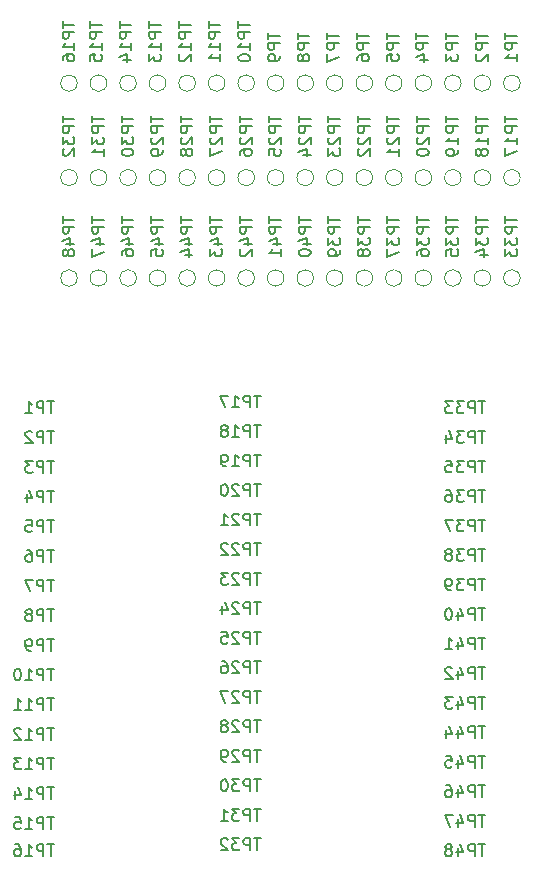
<source format=gbr>
%TF.GenerationSoftware,KiCad,Pcbnew,(6.0.2)*%
%TF.CreationDate,2023-10-23T02:54:13-04:00*%
%TF.ProjectId,USB_Splitter,5553425f-5370-46c6-9974-7465722e6b69,rev?*%
%TF.SameCoordinates,Original*%
%TF.FileFunction,Legend,Bot*%
%TF.FilePolarity,Positive*%
%FSLAX46Y46*%
G04 Gerber Fmt 4.6, Leading zero omitted, Abs format (unit mm)*
G04 Created by KiCad (PCBNEW (6.0.2)) date 2023-10-23 02:54:13*
%MOMM*%
%LPD*%
G01*
G04 APERTURE LIST*
%ADD10C,0.150000*%
%ADD11C,0.120000*%
G04 APERTURE END LIST*
D10*
X207738095Y-116452380D02*
X207166666Y-116452380D01*
X207452380Y-117452380D02*
X207452380Y-116452380D01*
X206833333Y-117452380D02*
X206833333Y-116452380D01*
X206452380Y-116452380D01*
X206357142Y-116500000D01*
X206309523Y-116547619D01*
X206261904Y-116642857D01*
X206261904Y-116785714D01*
X206309523Y-116880952D01*
X206357142Y-116928571D01*
X206452380Y-116976190D01*
X206833333Y-116976190D01*
X205404761Y-116785714D02*
X205404761Y-117452380D01*
X205642857Y-116404761D02*
X205880952Y-117119047D01*
X205261904Y-117119047D01*
X204404761Y-116452380D02*
X204880952Y-116452380D01*
X204928571Y-116928571D01*
X204880952Y-116880952D01*
X204785714Y-116833333D01*
X204547619Y-116833333D01*
X204452380Y-116880952D01*
X204404761Y-116928571D01*
X204357142Y-117023809D01*
X204357142Y-117261904D01*
X204404761Y-117357142D01*
X204452380Y-117404761D01*
X204547619Y-117452380D01*
X204785714Y-117452380D01*
X204880952Y-117404761D01*
X204928571Y-117357142D01*
X207738095Y-86452380D02*
X207166666Y-86452380D01*
X207452380Y-87452380D02*
X207452380Y-86452380D01*
X206833333Y-87452380D02*
X206833333Y-86452380D01*
X206452380Y-86452380D01*
X206357142Y-86500000D01*
X206309523Y-86547619D01*
X206261904Y-86642857D01*
X206261904Y-86785714D01*
X206309523Y-86880952D01*
X206357142Y-86928571D01*
X206452380Y-86976190D01*
X206833333Y-86976190D01*
X205928571Y-86452380D02*
X205309523Y-86452380D01*
X205642857Y-86833333D01*
X205500000Y-86833333D01*
X205404761Y-86880952D01*
X205357142Y-86928571D01*
X205309523Y-87023809D01*
X205309523Y-87261904D01*
X205357142Y-87357142D01*
X205404761Y-87404761D01*
X205500000Y-87452380D01*
X205785714Y-87452380D01*
X205880952Y-87404761D01*
X205928571Y-87357142D01*
X204976190Y-86452380D02*
X204357142Y-86452380D01*
X204690476Y-86833333D01*
X204547619Y-86833333D01*
X204452380Y-86880952D01*
X204404761Y-86928571D01*
X204357142Y-87023809D01*
X204357142Y-87261904D01*
X204404761Y-87357142D01*
X204452380Y-87404761D01*
X204547619Y-87452380D01*
X204833333Y-87452380D01*
X204928571Y-87404761D01*
X204976190Y-87357142D01*
X207738095Y-91452380D02*
X207166666Y-91452380D01*
X207452380Y-92452380D02*
X207452380Y-91452380D01*
X206833333Y-92452380D02*
X206833333Y-91452380D01*
X206452380Y-91452380D01*
X206357142Y-91500000D01*
X206309523Y-91547619D01*
X206261904Y-91642857D01*
X206261904Y-91785714D01*
X206309523Y-91880952D01*
X206357142Y-91928571D01*
X206452380Y-91976190D01*
X206833333Y-91976190D01*
X205928571Y-91452380D02*
X205309523Y-91452380D01*
X205642857Y-91833333D01*
X205500000Y-91833333D01*
X205404761Y-91880952D01*
X205357142Y-91928571D01*
X205309523Y-92023809D01*
X205309523Y-92261904D01*
X205357142Y-92357142D01*
X205404761Y-92404761D01*
X205500000Y-92452380D01*
X205785714Y-92452380D01*
X205880952Y-92404761D01*
X205928571Y-92357142D01*
X204404761Y-91452380D02*
X204880952Y-91452380D01*
X204928571Y-91928571D01*
X204880952Y-91880952D01*
X204785714Y-91833333D01*
X204547619Y-91833333D01*
X204452380Y-91880952D01*
X204404761Y-91928571D01*
X204357142Y-92023809D01*
X204357142Y-92261904D01*
X204404761Y-92357142D01*
X204452380Y-92404761D01*
X204547619Y-92452380D01*
X204785714Y-92452380D01*
X204880952Y-92404761D01*
X204928571Y-92357142D01*
X207738095Y-103952380D02*
X207166666Y-103952380D01*
X207452380Y-104952380D02*
X207452380Y-103952380D01*
X206833333Y-104952380D02*
X206833333Y-103952380D01*
X206452380Y-103952380D01*
X206357142Y-104000000D01*
X206309523Y-104047619D01*
X206261904Y-104142857D01*
X206261904Y-104285714D01*
X206309523Y-104380952D01*
X206357142Y-104428571D01*
X206452380Y-104476190D01*
X206833333Y-104476190D01*
X205404761Y-104285714D02*
X205404761Y-104952380D01*
X205642857Y-103904761D02*
X205880952Y-104619047D01*
X205261904Y-104619047D01*
X204690476Y-103952380D02*
X204595238Y-103952380D01*
X204500000Y-104000000D01*
X204452380Y-104047619D01*
X204404761Y-104142857D01*
X204357142Y-104333333D01*
X204357142Y-104571428D01*
X204404761Y-104761904D01*
X204452380Y-104857142D01*
X204500000Y-104904761D01*
X204595238Y-104952380D01*
X204690476Y-104952380D01*
X204785714Y-104904761D01*
X204833333Y-104857142D01*
X204880952Y-104761904D01*
X204928571Y-104571428D01*
X204928571Y-104333333D01*
X204880952Y-104142857D01*
X204833333Y-104047619D01*
X204785714Y-104000000D01*
X204690476Y-103952380D01*
X207738095Y-123952380D02*
X207166666Y-123952380D01*
X207452380Y-124952380D02*
X207452380Y-123952380D01*
X206833333Y-124952380D02*
X206833333Y-123952380D01*
X206452380Y-123952380D01*
X206357142Y-124000000D01*
X206309523Y-124047619D01*
X206261904Y-124142857D01*
X206261904Y-124285714D01*
X206309523Y-124380952D01*
X206357142Y-124428571D01*
X206452380Y-124476190D01*
X206833333Y-124476190D01*
X205404761Y-124285714D02*
X205404761Y-124952380D01*
X205642857Y-123904761D02*
X205880952Y-124619047D01*
X205261904Y-124619047D01*
X204738095Y-124380952D02*
X204833333Y-124333333D01*
X204880952Y-124285714D01*
X204928571Y-124190476D01*
X204928571Y-124142857D01*
X204880952Y-124047619D01*
X204833333Y-124000000D01*
X204738095Y-123952380D01*
X204547619Y-123952380D01*
X204452380Y-124000000D01*
X204404761Y-124047619D01*
X204357142Y-124142857D01*
X204357142Y-124190476D01*
X204404761Y-124285714D01*
X204452380Y-124333333D01*
X204547619Y-124380952D01*
X204738095Y-124380952D01*
X204833333Y-124428571D01*
X204880952Y-124476190D01*
X204928571Y-124571428D01*
X204928571Y-124761904D01*
X204880952Y-124857142D01*
X204833333Y-124904761D01*
X204738095Y-124952380D01*
X204547619Y-124952380D01*
X204452380Y-124904761D01*
X204404761Y-124857142D01*
X204357142Y-124761904D01*
X204357142Y-124571428D01*
X204404761Y-124476190D01*
X204452380Y-124428571D01*
X204547619Y-124380952D01*
X207738095Y-118952380D02*
X207166666Y-118952380D01*
X207452380Y-119952380D02*
X207452380Y-118952380D01*
X206833333Y-119952380D02*
X206833333Y-118952380D01*
X206452380Y-118952380D01*
X206357142Y-119000000D01*
X206309523Y-119047619D01*
X206261904Y-119142857D01*
X206261904Y-119285714D01*
X206309523Y-119380952D01*
X206357142Y-119428571D01*
X206452380Y-119476190D01*
X206833333Y-119476190D01*
X205404761Y-119285714D02*
X205404761Y-119952380D01*
X205642857Y-118904761D02*
X205880952Y-119619047D01*
X205261904Y-119619047D01*
X204452380Y-118952380D02*
X204642857Y-118952380D01*
X204738095Y-119000000D01*
X204785714Y-119047619D01*
X204880952Y-119190476D01*
X204928571Y-119380952D01*
X204928571Y-119761904D01*
X204880952Y-119857142D01*
X204833333Y-119904761D01*
X204738095Y-119952380D01*
X204547619Y-119952380D01*
X204452380Y-119904761D01*
X204404761Y-119857142D01*
X204357142Y-119761904D01*
X204357142Y-119523809D01*
X204404761Y-119428571D01*
X204452380Y-119380952D01*
X204547619Y-119333333D01*
X204738095Y-119333333D01*
X204833333Y-119380952D01*
X204880952Y-119428571D01*
X204928571Y-119523809D01*
X207738095Y-101452380D02*
X207166666Y-101452380D01*
X207452380Y-102452380D02*
X207452380Y-101452380D01*
X206833333Y-102452380D02*
X206833333Y-101452380D01*
X206452380Y-101452380D01*
X206357142Y-101500000D01*
X206309523Y-101547619D01*
X206261904Y-101642857D01*
X206261904Y-101785714D01*
X206309523Y-101880952D01*
X206357142Y-101928571D01*
X206452380Y-101976190D01*
X206833333Y-101976190D01*
X205928571Y-101452380D02*
X205309523Y-101452380D01*
X205642857Y-101833333D01*
X205500000Y-101833333D01*
X205404761Y-101880952D01*
X205357142Y-101928571D01*
X205309523Y-102023809D01*
X205309523Y-102261904D01*
X205357142Y-102357142D01*
X205404761Y-102404761D01*
X205500000Y-102452380D01*
X205785714Y-102452380D01*
X205880952Y-102404761D01*
X205928571Y-102357142D01*
X204833333Y-102452380D02*
X204642857Y-102452380D01*
X204547619Y-102404761D01*
X204500000Y-102357142D01*
X204404761Y-102214285D01*
X204357142Y-102023809D01*
X204357142Y-101642857D01*
X204404761Y-101547619D01*
X204452380Y-101500000D01*
X204547619Y-101452380D01*
X204738095Y-101452380D01*
X204833333Y-101500000D01*
X204880952Y-101547619D01*
X204928571Y-101642857D01*
X204928571Y-101880952D01*
X204880952Y-101976190D01*
X204833333Y-102023809D01*
X204738095Y-102071428D01*
X204547619Y-102071428D01*
X204452380Y-102023809D01*
X204404761Y-101976190D01*
X204357142Y-101880952D01*
X207738095Y-93952380D02*
X207166666Y-93952380D01*
X207452380Y-94952380D02*
X207452380Y-93952380D01*
X206833333Y-94952380D02*
X206833333Y-93952380D01*
X206452380Y-93952380D01*
X206357142Y-94000000D01*
X206309523Y-94047619D01*
X206261904Y-94142857D01*
X206261904Y-94285714D01*
X206309523Y-94380952D01*
X206357142Y-94428571D01*
X206452380Y-94476190D01*
X206833333Y-94476190D01*
X205928571Y-93952380D02*
X205309523Y-93952380D01*
X205642857Y-94333333D01*
X205500000Y-94333333D01*
X205404761Y-94380952D01*
X205357142Y-94428571D01*
X205309523Y-94523809D01*
X205309523Y-94761904D01*
X205357142Y-94857142D01*
X205404761Y-94904761D01*
X205500000Y-94952380D01*
X205785714Y-94952380D01*
X205880952Y-94904761D01*
X205928571Y-94857142D01*
X204452380Y-93952380D02*
X204642857Y-93952380D01*
X204738095Y-94000000D01*
X204785714Y-94047619D01*
X204880952Y-94190476D01*
X204928571Y-94380952D01*
X204928571Y-94761904D01*
X204880952Y-94857142D01*
X204833333Y-94904761D01*
X204738095Y-94952380D01*
X204547619Y-94952380D01*
X204452380Y-94904761D01*
X204404761Y-94857142D01*
X204357142Y-94761904D01*
X204357142Y-94523809D01*
X204404761Y-94428571D01*
X204452380Y-94380952D01*
X204547619Y-94333333D01*
X204738095Y-94333333D01*
X204833333Y-94380952D01*
X204880952Y-94428571D01*
X204928571Y-94523809D01*
X207738095Y-88952380D02*
X207166666Y-88952380D01*
X207452380Y-89952380D02*
X207452380Y-88952380D01*
X206833333Y-89952380D02*
X206833333Y-88952380D01*
X206452380Y-88952380D01*
X206357142Y-89000000D01*
X206309523Y-89047619D01*
X206261904Y-89142857D01*
X206261904Y-89285714D01*
X206309523Y-89380952D01*
X206357142Y-89428571D01*
X206452380Y-89476190D01*
X206833333Y-89476190D01*
X205928571Y-88952380D02*
X205309523Y-88952380D01*
X205642857Y-89333333D01*
X205500000Y-89333333D01*
X205404761Y-89380952D01*
X205357142Y-89428571D01*
X205309523Y-89523809D01*
X205309523Y-89761904D01*
X205357142Y-89857142D01*
X205404761Y-89904761D01*
X205500000Y-89952380D01*
X205785714Y-89952380D01*
X205880952Y-89904761D01*
X205928571Y-89857142D01*
X204452380Y-89285714D02*
X204452380Y-89952380D01*
X204690476Y-88904761D02*
X204928571Y-89619047D01*
X204309523Y-89619047D01*
X207738095Y-113952380D02*
X207166666Y-113952380D01*
X207452380Y-114952380D02*
X207452380Y-113952380D01*
X206833333Y-114952380D02*
X206833333Y-113952380D01*
X206452380Y-113952380D01*
X206357142Y-114000000D01*
X206309523Y-114047619D01*
X206261904Y-114142857D01*
X206261904Y-114285714D01*
X206309523Y-114380952D01*
X206357142Y-114428571D01*
X206452380Y-114476190D01*
X206833333Y-114476190D01*
X205404761Y-114285714D02*
X205404761Y-114952380D01*
X205642857Y-113904761D02*
X205880952Y-114619047D01*
X205261904Y-114619047D01*
X204452380Y-114285714D02*
X204452380Y-114952380D01*
X204690476Y-113904761D02*
X204928571Y-114619047D01*
X204309523Y-114619047D01*
X207738095Y-121452380D02*
X207166666Y-121452380D01*
X207452380Y-122452380D02*
X207452380Y-121452380D01*
X206833333Y-122452380D02*
X206833333Y-121452380D01*
X206452380Y-121452380D01*
X206357142Y-121500000D01*
X206309523Y-121547619D01*
X206261904Y-121642857D01*
X206261904Y-121785714D01*
X206309523Y-121880952D01*
X206357142Y-121928571D01*
X206452380Y-121976190D01*
X206833333Y-121976190D01*
X205404761Y-121785714D02*
X205404761Y-122452380D01*
X205642857Y-121404761D02*
X205880952Y-122119047D01*
X205261904Y-122119047D01*
X204976190Y-121452380D02*
X204309523Y-121452380D01*
X204738095Y-122452380D01*
X207738095Y-111452380D02*
X207166666Y-111452380D01*
X207452380Y-112452380D02*
X207452380Y-111452380D01*
X206833333Y-112452380D02*
X206833333Y-111452380D01*
X206452380Y-111452380D01*
X206357142Y-111500000D01*
X206309523Y-111547619D01*
X206261904Y-111642857D01*
X206261904Y-111785714D01*
X206309523Y-111880952D01*
X206357142Y-111928571D01*
X206452380Y-111976190D01*
X206833333Y-111976190D01*
X205404761Y-111785714D02*
X205404761Y-112452380D01*
X205642857Y-111404761D02*
X205880952Y-112119047D01*
X205261904Y-112119047D01*
X204976190Y-111452380D02*
X204357142Y-111452380D01*
X204690476Y-111833333D01*
X204547619Y-111833333D01*
X204452380Y-111880952D01*
X204404761Y-111928571D01*
X204357142Y-112023809D01*
X204357142Y-112261904D01*
X204404761Y-112357142D01*
X204452380Y-112404761D01*
X204547619Y-112452380D01*
X204833333Y-112452380D01*
X204928571Y-112404761D01*
X204976190Y-112357142D01*
X207738095Y-98952380D02*
X207166666Y-98952380D01*
X207452380Y-99952380D02*
X207452380Y-98952380D01*
X206833333Y-99952380D02*
X206833333Y-98952380D01*
X206452380Y-98952380D01*
X206357142Y-99000000D01*
X206309523Y-99047619D01*
X206261904Y-99142857D01*
X206261904Y-99285714D01*
X206309523Y-99380952D01*
X206357142Y-99428571D01*
X206452380Y-99476190D01*
X206833333Y-99476190D01*
X205928571Y-98952380D02*
X205309523Y-98952380D01*
X205642857Y-99333333D01*
X205500000Y-99333333D01*
X205404761Y-99380952D01*
X205357142Y-99428571D01*
X205309523Y-99523809D01*
X205309523Y-99761904D01*
X205357142Y-99857142D01*
X205404761Y-99904761D01*
X205500000Y-99952380D01*
X205785714Y-99952380D01*
X205880952Y-99904761D01*
X205928571Y-99857142D01*
X204738095Y-99380952D02*
X204833333Y-99333333D01*
X204880952Y-99285714D01*
X204928571Y-99190476D01*
X204928571Y-99142857D01*
X204880952Y-99047619D01*
X204833333Y-99000000D01*
X204738095Y-98952380D01*
X204547619Y-98952380D01*
X204452380Y-99000000D01*
X204404761Y-99047619D01*
X204357142Y-99142857D01*
X204357142Y-99190476D01*
X204404761Y-99285714D01*
X204452380Y-99333333D01*
X204547619Y-99380952D01*
X204738095Y-99380952D01*
X204833333Y-99428571D01*
X204880952Y-99476190D01*
X204928571Y-99571428D01*
X204928571Y-99761904D01*
X204880952Y-99857142D01*
X204833333Y-99904761D01*
X204738095Y-99952380D01*
X204547619Y-99952380D01*
X204452380Y-99904761D01*
X204404761Y-99857142D01*
X204357142Y-99761904D01*
X204357142Y-99571428D01*
X204404761Y-99476190D01*
X204452380Y-99428571D01*
X204547619Y-99380952D01*
X207738095Y-108952380D02*
X207166666Y-108952380D01*
X207452380Y-109952380D02*
X207452380Y-108952380D01*
X206833333Y-109952380D02*
X206833333Y-108952380D01*
X206452380Y-108952380D01*
X206357142Y-109000000D01*
X206309523Y-109047619D01*
X206261904Y-109142857D01*
X206261904Y-109285714D01*
X206309523Y-109380952D01*
X206357142Y-109428571D01*
X206452380Y-109476190D01*
X206833333Y-109476190D01*
X205404761Y-109285714D02*
X205404761Y-109952380D01*
X205642857Y-108904761D02*
X205880952Y-109619047D01*
X205261904Y-109619047D01*
X204928571Y-109047619D02*
X204880952Y-109000000D01*
X204785714Y-108952380D01*
X204547619Y-108952380D01*
X204452380Y-109000000D01*
X204404761Y-109047619D01*
X204357142Y-109142857D01*
X204357142Y-109238095D01*
X204404761Y-109380952D01*
X204976190Y-109952380D01*
X204357142Y-109952380D01*
X207738095Y-96452380D02*
X207166666Y-96452380D01*
X207452380Y-97452380D02*
X207452380Y-96452380D01*
X206833333Y-97452380D02*
X206833333Y-96452380D01*
X206452380Y-96452380D01*
X206357142Y-96500000D01*
X206309523Y-96547619D01*
X206261904Y-96642857D01*
X206261904Y-96785714D01*
X206309523Y-96880952D01*
X206357142Y-96928571D01*
X206452380Y-96976190D01*
X206833333Y-96976190D01*
X205928571Y-96452380D02*
X205309523Y-96452380D01*
X205642857Y-96833333D01*
X205500000Y-96833333D01*
X205404761Y-96880952D01*
X205357142Y-96928571D01*
X205309523Y-97023809D01*
X205309523Y-97261904D01*
X205357142Y-97357142D01*
X205404761Y-97404761D01*
X205500000Y-97452380D01*
X205785714Y-97452380D01*
X205880952Y-97404761D01*
X205928571Y-97357142D01*
X204976190Y-96452380D02*
X204309523Y-96452380D01*
X204738095Y-97452380D01*
X207738095Y-106452380D02*
X207166666Y-106452380D01*
X207452380Y-107452380D02*
X207452380Y-106452380D01*
X206833333Y-107452380D02*
X206833333Y-106452380D01*
X206452380Y-106452380D01*
X206357142Y-106500000D01*
X206309523Y-106547619D01*
X206261904Y-106642857D01*
X206261904Y-106785714D01*
X206309523Y-106880952D01*
X206357142Y-106928571D01*
X206452380Y-106976190D01*
X206833333Y-106976190D01*
X205404761Y-106785714D02*
X205404761Y-107452380D01*
X205642857Y-106404761D02*
X205880952Y-107119047D01*
X205261904Y-107119047D01*
X204357142Y-107452380D02*
X204928571Y-107452380D01*
X204642857Y-107452380D02*
X204642857Y-106452380D01*
X204738095Y-106595238D01*
X204833333Y-106690476D01*
X204928571Y-106738095D01*
X188738095Y-113452380D02*
X188166666Y-113452380D01*
X188452380Y-114452380D02*
X188452380Y-113452380D01*
X187833333Y-114452380D02*
X187833333Y-113452380D01*
X187452380Y-113452380D01*
X187357142Y-113500000D01*
X187309523Y-113547619D01*
X187261904Y-113642857D01*
X187261904Y-113785714D01*
X187309523Y-113880952D01*
X187357142Y-113928571D01*
X187452380Y-113976190D01*
X187833333Y-113976190D01*
X186880952Y-113547619D02*
X186833333Y-113500000D01*
X186738095Y-113452380D01*
X186500000Y-113452380D01*
X186404761Y-113500000D01*
X186357142Y-113547619D01*
X186309523Y-113642857D01*
X186309523Y-113738095D01*
X186357142Y-113880952D01*
X186928571Y-114452380D01*
X186309523Y-114452380D01*
X185738095Y-113880952D02*
X185833333Y-113833333D01*
X185880952Y-113785714D01*
X185928571Y-113690476D01*
X185928571Y-113642857D01*
X185880952Y-113547619D01*
X185833333Y-113500000D01*
X185738095Y-113452380D01*
X185547619Y-113452380D01*
X185452380Y-113500000D01*
X185404761Y-113547619D01*
X185357142Y-113642857D01*
X185357142Y-113690476D01*
X185404761Y-113785714D01*
X185452380Y-113833333D01*
X185547619Y-113880952D01*
X185738095Y-113880952D01*
X185833333Y-113928571D01*
X185880952Y-113976190D01*
X185928571Y-114071428D01*
X185928571Y-114261904D01*
X185880952Y-114357142D01*
X185833333Y-114404761D01*
X185738095Y-114452380D01*
X185547619Y-114452380D01*
X185452380Y-114404761D01*
X185404761Y-114357142D01*
X185357142Y-114261904D01*
X185357142Y-114071428D01*
X185404761Y-113976190D01*
X185452380Y-113928571D01*
X185547619Y-113880952D01*
X188738095Y-115952380D02*
X188166666Y-115952380D01*
X188452380Y-116952380D02*
X188452380Y-115952380D01*
X187833333Y-116952380D02*
X187833333Y-115952380D01*
X187452380Y-115952380D01*
X187357142Y-116000000D01*
X187309523Y-116047619D01*
X187261904Y-116142857D01*
X187261904Y-116285714D01*
X187309523Y-116380952D01*
X187357142Y-116428571D01*
X187452380Y-116476190D01*
X187833333Y-116476190D01*
X186880952Y-116047619D02*
X186833333Y-116000000D01*
X186738095Y-115952380D01*
X186500000Y-115952380D01*
X186404761Y-116000000D01*
X186357142Y-116047619D01*
X186309523Y-116142857D01*
X186309523Y-116238095D01*
X186357142Y-116380952D01*
X186928571Y-116952380D01*
X186309523Y-116952380D01*
X185833333Y-116952380D02*
X185642857Y-116952380D01*
X185547619Y-116904761D01*
X185500000Y-116857142D01*
X185404761Y-116714285D01*
X185357142Y-116523809D01*
X185357142Y-116142857D01*
X185404761Y-116047619D01*
X185452380Y-116000000D01*
X185547619Y-115952380D01*
X185738095Y-115952380D01*
X185833333Y-116000000D01*
X185880952Y-116047619D01*
X185928571Y-116142857D01*
X185928571Y-116380952D01*
X185880952Y-116476190D01*
X185833333Y-116523809D01*
X185738095Y-116571428D01*
X185547619Y-116571428D01*
X185452380Y-116523809D01*
X185404761Y-116476190D01*
X185357142Y-116380952D01*
X188738095Y-118452380D02*
X188166666Y-118452380D01*
X188452380Y-119452380D02*
X188452380Y-118452380D01*
X187833333Y-119452380D02*
X187833333Y-118452380D01*
X187452380Y-118452380D01*
X187357142Y-118500000D01*
X187309523Y-118547619D01*
X187261904Y-118642857D01*
X187261904Y-118785714D01*
X187309523Y-118880952D01*
X187357142Y-118928571D01*
X187452380Y-118976190D01*
X187833333Y-118976190D01*
X186928571Y-118452380D02*
X186309523Y-118452380D01*
X186642857Y-118833333D01*
X186500000Y-118833333D01*
X186404761Y-118880952D01*
X186357142Y-118928571D01*
X186309523Y-119023809D01*
X186309523Y-119261904D01*
X186357142Y-119357142D01*
X186404761Y-119404761D01*
X186500000Y-119452380D01*
X186785714Y-119452380D01*
X186880952Y-119404761D01*
X186928571Y-119357142D01*
X185690476Y-118452380D02*
X185595238Y-118452380D01*
X185500000Y-118500000D01*
X185452380Y-118547619D01*
X185404761Y-118642857D01*
X185357142Y-118833333D01*
X185357142Y-119071428D01*
X185404761Y-119261904D01*
X185452380Y-119357142D01*
X185500000Y-119404761D01*
X185595238Y-119452380D01*
X185690476Y-119452380D01*
X185785714Y-119404761D01*
X185833333Y-119357142D01*
X185880952Y-119261904D01*
X185928571Y-119071428D01*
X185928571Y-118833333D01*
X185880952Y-118642857D01*
X185833333Y-118547619D01*
X185785714Y-118500000D01*
X185690476Y-118452380D01*
X188738095Y-120952380D02*
X188166666Y-120952380D01*
X188452380Y-121952380D02*
X188452380Y-120952380D01*
X187833333Y-121952380D02*
X187833333Y-120952380D01*
X187452380Y-120952380D01*
X187357142Y-121000000D01*
X187309523Y-121047619D01*
X187261904Y-121142857D01*
X187261904Y-121285714D01*
X187309523Y-121380952D01*
X187357142Y-121428571D01*
X187452380Y-121476190D01*
X187833333Y-121476190D01*
X186928571Y-120952380D02*
X186309523Y-120952380D01*
X186642857Y-121333333D01*
X186500000Y-121333333D01*
X186404761Y-121380952D01*
X186357142Y-121428571D01*
X186309523Y-121523809D01*
X186309523Y-121761904D01*
X186357142Y-121857142D01*
X186404761Y-121904761D01*
X186500000Y-121952380D01*
X186785714Y-121952380D01*
X186880952Y-121904761D01*
X186928571Y-121857142D01*
X185357142Y-121952380D02*
X185928571Y-121952380D01*
X185642857Y-121952380D02*
X185642857Y-120952380D01*
X185738095Y-121095238D01*
X185833333Y-121190476D01*
X185928571Y-121238095D01*
X188738095Y-110952380D02*
X188166666Y-110952380D01*
X188452380Y-111952380D02*
X188452380Y-110952380D01*
X187833333Y-111952380D02*
X187833333Y-110952380D01*
X187452380Y-110952380D01*
X187357142Y-111000000D01*
X187309523Y-111047619D01*
X187261904Y-111142857D01*
X187261904Y-111285714D01*
X187309523Y-111380952D01*
X187357142Y-111428571D01*
X187452380Y-111476190D01*
X187833333Y-111476190D01*
X186880952Y-111047619D02*
X186833333Y-111000000D01*
X186738095Y-110952380D01*
X186500000Y-110952380D01*
X186404761Y-111000000D01*
X186357142Y-111047619D01*
X186309523Y-111142857D01*
X186309523Y-111238095D01*
X186357142Y-111380952D01*
X186928571Y-111952380D01*
X186309523Y-111952380D01*
X185976190Y-110952380D02*
X185309523Y-110952380D01*
X185738095Y-111952380D01*
X188738095Y-123452380D02*
X188166666Y-123452380D01*
X188452380Y-124452380D02*
X188452380Y-123452380D01*
X187833333Y-124452380D02*
X187833333Y-123452380D01*
X187452380Y-123452380D01*
X187357142Y-123500000D01*
X187309523Y-123547619D01*
X187261904Y-123642857D01*
X187261904Y-123785714D01*
X187309523Y-123880952D01*
X187357142Y-123928571D01*
X187452380Y-123976190D01*
X187833333Y-123976190D01*
X186928571Y-123452380D02*
X186309523Y-123452380D01*
X186642857Y-123833333D01*
X186500000Y-123833333D01*
X186404761Y-123880952D01*
X186357142Y-123928571D01*
X186309523Y-124023809D01*
X186309523Y-124261904D01*
X186357142Y-124357142D01*
X186404761Y-124404761D01*
X186500000Y-124452380D01*
X186785714Y-124452380D01*
X186880952Y-124404761D01*
X186928571Y-124357142D01*
X185928571Y-123547619D02*
X185880952Y-123500000D01*
X185785714Y-123452380D01*
X185547619Y-123452380D01*
X185452380Y-123500000D01*
X185404761Y-123547619D01*
X185357142Y-123642857D01*
X185357142Y-123738095D01*
X185404761Y-123880952D01*
X185976190Y-124452380D01*
X185357142Y-124452380D01*
X188738095Y-88452380D02*
X188166666Y-88452380D01*
X188452380Y-89452380D02*
X188452380Y-88452380D01*
X187833333Y-89452380D02*
X187833333Y-88452380D01*
X187452380Y-88452380D01*
X187357142Y-88500000D01*
X187309523Y-88547619D01*
X187261904Y-88642857D01*
X187261904Y-88785714D01*
X187309523Y-88880952D01*
X187357142Y-88928571D01*
X187452380Y-88976190D01*
X187833333Y-88976190D01*
X186309523Y-89452380D02*
X186880952Y-89452380D01*
X186595238Y-89452380D02*
X186595238Y-88452380D01*
X186690476Y-88595238D01*
X186785714Y-88690476D01*
X186880952Y-88738095D01*
X185738095Y-88880952D02*
X185833333Y-88833333D01*
X185880952Y-88785714D01*
X185928571Y-88690476D01*
X185928571Y-88642857D01*
X185880952Y-88547619D01*
X185833333Y-88500000D01*
X185738095Y-88452380D01*
X185547619Y-88452380D01*
X185452380Y-88500000D01*
X185404761Y-88547619D01*
X185357142Y-88642857D01*
X185357142Y-88690476D01*
X185404761Y-88785714D01*
X185452380Y-88833333D01*
X185547619Y-88880952D01*
X185738095Y-88880952D01*
X185833333Y-88928571D01*
X185880952Y-88976190D01*
X185928571Y-89071428D01*
X185928571Y-89261904D01*
X185880952Y-89357142D01*
X185833333Y-89404761D01*
X185738095Y-89452380D01*
X185547619Y-89452380D01*
X185452380Y-89404761D01*
X185404761Y-89357142D01*
X185357142Y-89261904D01*
X185357142Y-89071428D01*
X185404761Y-88976190D01*
X185452380Y-88928571D01*
X185547619Y-88880952D01*
X188738095Y-85952380D02*
X188166666Y-85952380D01*
X188452380Y-86952380D02*
X188452380Y-85952380D01*
X187833333Y-86952380D02*
X187833333Y-85952380D01*
X187452380Y-85952380D01*
X187357142Y-86000000D01*
X187309523Y-86047619D01*
X187261904Y-86142857D01*
X187261904Y-86285714D01*
X187309523Y-86380952D01*
X187357142Y-86428571D01*
X187452380Y-86476190D01*
X187833333Y-86476190D01*
X186309523Y-86952380D02*
X186880952Y-86952380D01*
X186595238Y-86952380D02*
X186595238Y-85952380D01*
X186690476Y-86095238D01*
X186785714Y-86190476D01*
X186880952Y-86238095D01*
X185976190Y-85952380D02*
X185309523Y-85952380D01*
X185738095Y-86952380D01*
X188738095Y-108452380D02*
X188166666Y-108452380D01*
X188452380Y-109452380D02*
X188452380Y-108452380D01*
X187833333Y-109452380D02*
X187833333Y-108452380D01*
X187452380Y-108452380D01*
X187357142Y-108500000D01*
X187309523Y-108547619D01*
X187261904Y-108642857D01*
X187261904Y-108785714D01*
X187309523Y-108880952D01*
X187357142Y-108928571D01*
X187452380Y-108976190D01*
X187833333Y-108976190D01*
X186880952Y-108547619D02*
X186833333Y-108500000D01*
X186738095Y-108452380D01*
X186500000Y-108452380D01*
X186404761Y-108500000D01*
X186357142Y-108547619D01*
X186309523Y-108642857D01*
X186309523Y-108738095D01*
X186357142Y-108880952D01*
X186928571Y-109452380D01*
X186309523Y-109452380D01*
X185452380Y-108452380D02*
X185642857Y-108452380D01*
X185738095Y-108500000D01*
X185785714Y-108547619D01*
X185880952Y-108690476D01*
X185928571Y-108880952D01*
X185928571Y-109261904D01*
X185880952Y-109357142D01*
X185833333Y-109404761D01*
X185738095Y-109452380D01*
X185547619Y-109452380D01*
X185452380Y-109404761D01*
X185404761Y-109357142D01*
X185357142Y-109261904D01*
X185357142Y-109023809D01*
X185404761Y-108928571D01*
X185452380Y-108880952D01*
X185547619Y-108833333D01*
X185738095Y-108833333D01*
X185833333Y-108880952D01*
X185880952Y-108928571D01*
X185928571Y-109023809D01*
X188738095Y-105952380D02*
X188166666Y-105952380D01*
X188452380Y-106952380D02*
X188452380Y-105952380D01*
X187833333Y-106952380D02*
X187833333Y-105952380D01*
X187452380Y-105952380D01*
X187357142Y-106000000D01*
X187309523Y-106047619D01*
X187261904Y-106142857D01*
X187261904Y-106285714D01*
X187309523Y-106380952D01*
X187357142Y-106428571D01*
X187452380Y-106476190D01*
X187833333Y-106476190D01*
X186880952Y-106047619D02*
X186833333Y-106000000D01*
X186738095Y-105952380D01*
X186500000Y-105952380D01*
X186404761Y-106000000D01*
X186357142Y-106047619D01*
X186309523Y-106142857D01*
X186309523Y-106238095D01*
X186357142Y-106380952D01*
X186928571Y-106952380D01*
X186309523Y-106952380D01*
X185404761Y-105952380D02*
X185880952Y-105952380D01*
X185928571Y-106428571D01*
X185880952Y-106380952D01*
X185785714Y-106333333D01*
X185547619Y-106333333D01*
X185452380Y-106380952D01*
X185404761Y-106428571D01*
X185357142Y-106523809D01*
X185357142Y-106761904D01*
X185404761Y-106857142D01*
X185452380Y-106904761D01*
X185547619Y-106952380D01*
X185785714Y-106952380D01*
X185880952Y-106904761D01*
X185928571Y-106857142D01*
X188738095Y-103452380D02*
X188166666Y-103452380D01*
X188452380Y-104452380D02*
X188452380Y-103452380D01*
X187833333Y-104452380D02*
X187833333Y-103452380D01*
X187452380Y-103452380D01*
X187357142Y-103500000D01*
X187309523Y-103547619D01*
X187261904Y-103642857D01*
X187261904Y-103785714D01*
X187309523Y-103880952D01*
X187357142Y-103928571D01*
X187452380Y-103976190D01*
X187833333Y-103976190D01*
X186880952Y-103547619D02*
X186833333Y-103500000D01*
X186738095Y-103452380D01*
X186500000Y-103452380D01*
X186404761Y-103500000D01*
X186357142Y-103547619D01*
X186309523Y-103642857D01*
X186309523Y-103738095D01*
X186357142Y-103880952D01*
X186928571Y-104452380D01*
X186309523Y-104452380D01*
X185452380Y-103785714D02*
X185452380Y-104452380D01*
X185690476Y-103404761D02*
X185928571Y-104119047D01*
X185309523Y-104119047D01*
X188738095Y-100952380D02*
X188166666Y-100952380D01*
X188452380Y-101952380D02*
X188452380Y-100952380D01*
X187833333Y-101952380D02*
X187833333Y-100952380D01*
X187452380Y-100952380D01*
X187357142Y-101000000D01*
X187309523Y-101047619D01*
X187261904Y-101142857D01*
X187261904Y-101285714D01*
X187309523Y-101380952D01*
X187357142Y-101428571D01*
X187452380Y-101476190D01*
X187833333Y-101476190D01*
X186880952Y-101047619D02*
X186833333Y-101000000D01*
X186738095Y-100952380D01*
X186500000Y-100952380D01*
X186404761Y-101000000D01*
X186357142Y-101047619D01*
X186309523Y-101142857D01*
X186309523Y-101238095D01*
X186357142Y-101380952D01*
X186928571Y-101952380D01*
X186309523Y-101952380D01*
X185976190Y-100952380D02*
X185357142Y-100952380D01*
X185690476Y-101333333D01*
X185547619Y-101333333D01*
X185452380Y-101380952D01*
X185404761Y-101428571D01*
X185357142Y-101523809D01*
X185357142Y-101761904D01*
X185404761Y-101857142D01*
X185452380Y-101904761D01*
X185547619Y-101952380D01*
X185833333Y-101952380D01*
X185928571Y-101904761D01*
X185976190Y-101857142D01*
X188738095Y-95952380D02*
X188166666Y-95952380D01*
X188452380Y-96952380D02*
X188452380Y-95952380D01*
X187833333Y-96952380D02*
X187833333Y-95952380D01*
X187452380Y-95952380D01*
X187357142Y-96000000D01*
X187309523Y-96047619D01*
X187261904Y-96142857D01*
X187261904Y-96285714D01*
X187309523Y-96380952D01*
X187357142Y-96428571D01*
X187452380Y-96476190D01*
X187833333Y-96476190D01*
X186880952Y-96047619D02*
X186833333Y-96000000D01*
X186738095Y-95952380D01*
X186500000Y-95952380D01*
X186404761Y-96000000D01*
X186357142Y-96047619D01*
X186309523Y-96142857D01*
X186309523Y-96238095D01*
X186357142Y-96380952D01*
X186928571Y-96952380D01*
X186309523Y-96952380D01*
X185357142Y-96952380D02*
X185928571Y-96952380D01*
X185642857Y-96952380D02*
X185642857Y-95952380D01*
X185738095Y-96095238D01*
X185833333Y-96190476D01*
X185928571Y-96238095D01*
X188738095Y-90952380D02*
X188166666Y-90952380D01*
X188452380Y-91952380D02*
X188452380Y-90952380D01*
X187833333Y-91952380D02*
X187833333Y-90952380D01*
X187452380Y-90952380D01*
X187357142Y-91000000D01*
X187309523Y-91047619D01*
X187261904Y-91142857D01*
X187261904Y-91285714D01*
X187309523Y-91380952D01*
X187357142Y-91428571D01*
X187452380Y-91476190D01*
X187833333Y-91476190D01*
X186309523Y-91952380D02*
X186880952Y-91952380D01*
X186595238Y-91952380D02*
X186595238Y-90952380D01*
X186690476Y-91095238D01*
X186785714Y-91190476D01*
X186880952Y-91238095D01*
X185833333Y-91952380D02*
X185642857Y-91952380D01*
X185547619Y-91904761D01*
X185500000Y-91857142D01*
X185404761Y-91714285D01*
X185357142Y-91523809D01*
X185357142Y-91142857D01*
X185404761Y-91047619D01*
X185452380Y-91000000D01*
X185547619Y-90952380D01*
X185738095Y-90952380D01*
X185833333Y-91000000D01*
X185880952Y-91047619D01*
X185928571Y-91142857D01*
X185928571Y-91380952D01*
X185880952Y-91476190D01*
X185833333Y-91523809D01*
X185738095Y-91571428D01*
X185547619Y-91571428D01*
X185452380Y-91523809D01*
X185404761Y-91476190D01*
X185357142Y-91380952D01*
X188738095Y-93452380D02*
X188166666Y-93452380D01*
X188452380Y-94452380D02*
X188452380Y-93452380D01*
X187833333Y-94452380D02*
X187833333Y-93452380D01*
X187452380Y-93452380D01*
X187357142Y-93500000D01*
X187309523Y-93547619D01*
X187261904Y-93642857D01*
X187261904Y-93785714D01*
X187309523Y-93880952D01*
X187357142Y-93928571D01*
X187452380Y-93976190D01*
X187833333Y-93976190D01*
X186880952Y-93547619D02*
X186833333Y-93500000D01*
X186738095Y-93452380D01*
X186500000Y-93452380D01*
X186404761Y-93500000D01*
X186357142Y-93547619D01*
X186309523Y-93642857D01*
X186309523Y-93738095D01*
X186357142Y-93880952D01*
X186928571Y-94452380D01*
X186309523Y-94452380D01*
X185690476Y-93452380D02*
X185595238Y-93452380D01*
X185500000Y-93500000D01*
X185452380Y-93547619D01*
X185404761Y-93642857D01*
X185357142Y-93833333D01*
X185357142Y-94071428D01*
X185404761Y-94261904D01*
X185452380Y-94357142D01*
X185500000Y-94404761D01*
X185595238Y-94452380D01*
X185690476Y-94452380D01*
X185785714Y-94404761D01*
X185833333Y-94357142D01*
X185880952Y-94261904D01*
X185928571Y-94071428D01*
X185928571Y-93833333D01*
X185880952Y-93642857D01*
X185833333Y-93547619D01*
X185785714Y-93500000D01*
X185690476Y-93452380D01*
X188738095Y-98452380D02*
X188166666Y-98452380D01*
X188452380Y-99452380D02*
X188452380Y-98452380D01*
X187833333Y-99452380D02*
X187833333Y-98452380D01*
X187452380Y-98452380D01*
X187357142Y-98500000D01*
X187309523Y-98547619D01*
X187261904Y-98642857D01*
X187261904Y-98785714D01*
X187309523Y-98880952D01*
X187357142Y-98928571D01*
X187452380Y-98976190D01*
X187833333Y-98976190D01*
X186880952Y-98547619D02*
X186833333Y-98500000D01*
X186738095Y-98452380D01*
X186500000Y-98452380D01*
X186404761Y-98500000D01*
X186357142Y-98547619D01*
X186309523Y-98642857D01*
X186309523Y-98738095D01*
X186357142Y-98880952D01*
X186928571Y-99452380D01*
X186309523Y-99452380D01*
X185928571Y-98547619D02*
X185880952Y-98500000D01*
X185785714Y-98452380D01*
X185547619Y-98452380D01*
X185452380Y-98500000D01*
X185404761Y-98547619D01*
X185357142Y-98642857D01*
X185357142Y-98738095D01*
X185404761Y-98880952D01*
X185976190Y-99452380D01*
X185357142Y-99452380D01*
X171238095Y-111585030D02*
X170666666Y-111585030D01*
X170952380Y-112585030D02*
X170952380Y-111585030D01*
X170333333Y-112585030D02*
X170333333Y-111585030D01*
X169952380Y-111585030D01*
X169857142Y-111632650D01*
X169809523Y-111680269D01*
X169761904Y-111775507D01*
X169761904Y-111918364D01*
X169809523Y-112013602D01*
X169857142Y-112061221D01*
X169952380Y-112108840D01*
X170333333Y-112108840D01*
X168809523Y-112585030D02*
X169380952Y-112585030D01*
X169095238Y-112585030D02*
X169095238Y-111585030D01*
X169190476Y-111727888D01*
X169285714Y-111823126D01*
X169380952Y-111870745D01*
X167857142Y-112585030D02*
X168428571Y-112585030D01*
X168142857Y-112585030D02*
X168142857Y-111585030D01*
X168238095Y-111727888D01*
X168333333Y-111823126D01*
X168428571Y-111870745D01*
X171238095Y-106558500D02*
X170666667Y-106558500D01*
X170952381Y-107558500D02*
X170952381Y-106558500D01*
X170333333Y-107558500D02*
X170333333Y-106558500D01*
X169952381Y-106558500D01*
X169857143Y-106606120D01*
X169809524Y-106653739D01*
X169761905Y-106748977D01*
X169761905Y-106891834D01*
X169809524Y-106987072D01*
X169857143Y-107034691D01*
X169952381Y-107082310D01*
X170333333Y-107082310D01*
X169285714Y-107558500D02*
X169095238Y-107558500D01*
X169000000Y-107510881D01*
X168952381Y-107463262D01*
X168857143Y-107320405D01*
X168809524Y-107129929D01*
X168809524Y-106748977D01*
X168857143Y-106653739D01*
X168904762Y-106606120D01*
X169000000Y-106558500D01*
X169190476Y-106558500D01*
X169285714Y-106606120D01*
X169333333Y-106653739D01*
X169380952Y-106748977D01*
X169380952Y-106987072D01*
X169333333Y-107082310D01*
X169285714Y-107129929D01*
X169190476Y-107177548D01*
X169000000Y-107177548D01*
X168904762Y-107129929D01*
X168857143Y-107082310D01*
X168809524Y-106987072D01*
X171238095Y-91478910D02*
X170666667Y-91478910D01*
X170952381Y-92478910D02*
X170952381Y-91478910D01*
X170333333Y-92478910D02*
X170333333Y-91478910D01*
X169952381Y-91478910D01*
X169857143Y-91526530D01*
X169809524Y-91574149D01*
X169761905Y-91669387D01*
X169761905Y-91812244D01*
X169809524Y-91907482D01*
X169857143Y-91955101D01*
X169952381Y-92002720D01*
X170333333Y-92002720D01*
X169428571Y-91478910D02*
X168809524Y-91478910D01*
X169142857Y-91859863D01*
X169000000Y-91859863D01*
X168904762Y-91907482D01*
X168857143Y-91955101D01*
X168809524Y-92050339D01*
X168809524Y-92288434D01*
X168857143Y-92383672D01*
X168904762Y-92431291D01*
X169000000Y-92478910D01*
X169285714Y-92478910D01*
X169380952Y-92431291D01*
X169428571Y-92383672D01*
X171238095Y-88965645D02*
X170666667Y-88965645D01*
X170952381Y-89965645D02*
X170952381Y-88965645D01*
X170333333Y-89965645D02*
X170333333Y-88965645D01*
X169952381Y-88965645D01*
X169857143Y-89013265D01*
X169809524Y-89060884D01*
X169761905Y-89156122D01*
X169761905Y-89298979D01*
X169809524Y-89394217D01*
X169857143Y-89441836D01*
X169952381Y-89489455D01*
X170333333Y-89489455D01*
X169380952Y-89060884D02*
X169333333Y-89013265D01*
X169238095Y-88965645D01*
X169000000Y-88965645D01*
X168904762Y-89013265D01*
X168857143Y-89060884D01*
X168809524Y-89156122D01*
X168809524Y-89251360D01*
X168857143Y-89394217D01*
X169428571Y-89965645D01*
X168809524Y-89965645D01*
X171238095Y-86452380D02*
X170666667Y-86452380D01*
X170952381Y-87452380D02*
X170952381Y-86452380D01*
X170333333Y-87452380D02*
X170333333Y-86452380D01*
X169952381Y-86452380D01*
X169857143Y-86500000D01*
X169809524Y-86547619D01*
X169761905Y-86642857D01*
X169761905Y-86785714D01*
X169809524Y-86880952D01*
X169857143Y-86928571D01*
X169952381Y-86976190D01*
X170333333Y-86976190D01*
X168809524Y-87452380D02*
X169380952Y-87452380D01*
X169095238Y-87452380D02*
X169095238Y-86452380D01*
X169190476Y-86595238D01*
X169285714Y-86690476D01*
X169380952Y-86738095D01*
X171238095Y-104045235D02*
X170666667Y-104045235D01*
X170952381Y-105045235D02*
X170952381Y-104045235D01*
X170333333Y-105045235D02*
X170333333Y-104045235D01*
X169952381Y-104045235D01*
X169857143Y-104092855D01*
X169809524Y-104140474D01*
X169761905Y-104235712D01*
X169761905Y-104378569D01*
X169809524Y-104473807D01*
X169857143Y-104521426D01*
X169952381Y-104569045D01*
X170333333Y-104569045D01*
X169190476Y-104473807D02*
X169285714Y-104426188D01*
X169333333Y-104378569D01*
X169380952Y-104283331D01*
X169380952Y-104235712D01*
X169333333Y-104140474D01*
X169285714Y-104092855D01*
X169190476Y-104045235D01*
X169000000Y-104045235D01*
X168904762Y-104092855D01*
X168857143Y-104140474D01*
X168809524Y-104235712D01*
X168809524Y-104283331D01*
X168857143Y-104378569D01*
X168904762Y-104426188D01*
X169000000Y-104473807D01*
X169190476Y-104473807D01*
X169285714Y-104521426D01*
X169333333Y-104569045D01*
X169380952Y-104664283D01*
X169380952Y-104854759D01*
X169333333Y-104949997D01*
X169285714Y-104997616D01*
X169190476Y-105045235D01*
X169000000Y-105045235D01*
X168904762Y-104997616D01*
X168857143Y-104949997D01*
X168809524Y-104854759D01*
X168809524Y-104664283D01*
X168857143Y-104569045D01*
X168904762Y-104521426D01*
X169000000Y-104473807D01*
X171238095Y-109071765D02*
X170666666Y-109071765D01*
X170952380Y-110071765D02*
X170952380Y-109071765D01*
X170333333Y-110071765D02*
X170333333Y-109071765D01*
X169952380Y-109071765D01*
X169857142Y-109119385D01*
X169809523Y-109167004D01*
X169761904Y-109262242D01*
X169761904Y-109405099D01*
X169809523Y-109500337D01*
X169857142Y-109547956D01*
X169952380Y-109595575D01*
X170333333Y-109595575D01*
X168809523Y-110071765D02*
X169380952Y-110071765D01*
X169095238Y-110071765D02*
X169095238Y-109071765D01*
X169190476Y-109214623D01*
X169285714Y-109309861D01*
X169380952Y-109357480D01*
X168190476Y-109071765D02*
X168095238Y-109071765D01*
X168000000Y-109119385D01*
X167952380Y-109167004D01*
X167904761Y-109262242D01*
X167857142Y-109452718D01*
X167857142Y-109690813D01*
X167904761Y-109881289D01*
X167952380Y-109976527D01*
X168000000Y-110024146D01*
X168095238Y-110071765D01*
X168190476Y-110071765D01*
X168285714Y-110024146D01*
X168333333Y-109976527D01*
X168380952Y-109881289D01*
X168428571Y-109690813D01*
X168428571Y-109452718D01*
X168380952Y-109262242D01*
X168333333Y-109167004D01*
X168285714Y-109119385D01*
X168190476Y-109071765D01*
X171238095Y-99018705D02*
X170666667Y-99018705D01*
X170952381Y-100018705D02*
X170952381Y-99018705D01*
X170333333Y-100018705D02*
X170333333Y-99018705D01*
X169952381Y-99018705D01*
X169857143Y-99066325D01*
X169809524Y-99113944D01*
X169761905Y-99209182D01*
X169761905Y-99352039D01*
X169809524Y-99447277D01*
X169857143Y-99494896D01*
X169952381Y-99542515D01*
X170333333Y-99542515D01*
X168904762Y-99018705D02*
X169095238Y-99018705D01*
X169190476Y-99066325D01*
X169238095Y-99113944D01*
X169333333Y-99256801D01*
X169380952Y-99447277D01*
X169380952Y-99828229D01*
X169333333Y-99923467D01*
X169285714Y-99971086D01*
X169190476Y-100018705D01*
X169000000Y-100018705D01*
X168904762Y-99971086D01*
X168857143Y-99923467D01*
X168809524Y-99828229D01*
X168809524Y-99590134D01*
X168857143Y-99494896D01*
X168904762Y-99447277D01*
X169000000Y-99399658D01*
X169190476Y-99399658D01*
X169285714Y-99447277D01*
X169333333Y-99494896D01*
X169380952Y-99590134D01*
X171238095Y-114098295D02*
X170666666Y-114098295D01*
X170952380Y-115098295D02*
X170952380Y-114098295D01*
X170333333Y-115098295D02*
X170333333Y-114098295D01*
X169952380Y-114098295D01*
X169857142Y-114145915D01*
X169809523Y-114193534D01*
X169761904Y-114288772D01*
X169761904Y-114431629D01*
X169809523Y-114526867D01*
X169857142Y-114574486D01*
X169952380Y-114622105D01*
X170333333Y-114622105D01*
X168809523Y-115098295D02*
X169380952Y-115098295D01*
X169095238Y-115098295D02*
X169095238Y-114098295D01*
X169190476Y-114241153D01*
X169285714Y-114336391D01*
X169380952Y-114384010D01*
X168428571Y-114193534D02*
X168380952Y-114145915D01*
X168285714Y-114098295D01*
X168047619Y-114098295D01*
X167952380Y-114145915D01*
X167904761Y-114193534D01*
X167857142Y-114288772D01*
X167857142Y-114384010D01*
X167904761Y-114526867D01*
X168476190Y-115098295D01*
X167857142Y-115098295D01*
X171238095Y-116611560D02*
X170666666Y-116611560D01*
X170952380Y-117611560D02*
X170952380Y-116611560D01*
X170333333Y-117611560D02*
X170333333Y-116611560D01*
X169952380Y-116611560D01*
X169857142Y-116659180D01*
X169809523Y-116706799D01*
X169761904Y-116802037D01*
X169761904Y-116944894D01*
X169809523Y-117040132D01*
X169857142Y-117087751D01*
X169952380Y-117135370D01*
X170333333Y-117135370D01*
X168809523Y-117611560D02*
X169380952Y-117611560D01*
X169095238Y-117611560D02*
X169095238Y-116611560D01*
X169190476Y-116754418D01*
X169285714Y-116849656D01*
X169380952Y-116897275D01*
X168476190Y-116611560D02*
X167857142Y-116611560D01*
X168190476Y-116992513D01*
X168047619Y-116992513D01*
X167952380Y-117040132D01*
X167904761Y-117087751D01*
X167857142Y-117182989D01*
X167857142Y-117421084D01*
X167904761Y-117516322D01*
X167952380Y-117563941D01*
X168047619Y-117611560D01*
X168333333Y-117611560D01*
X168428571Y-117563941D01*
X168476190Y-117516322D01*
X171238095Y-119124825D02*
X170666666Y-119124825D01*
X170952380Y-120124825D02*
X170952380Y-119124825D01*
X170333333Y-120124825D02*
X170333333Y-119124825D01*
X169952380Y-119124825D01*
X169857142Y-119172445D01*
X169809523Y-119220064D01*
X169761904Y-119315302D01*
X169761904Y-119458159D01*
X169809523Y-119553397D01*
X169857142Y-119601016D01*
X169952380Y-119648635D01*
X170333333Y-119648635D01*
X168809523Y-120124825D02*
X169380952Y-120124825D01*
X169095238Y-120124825D02*
X169095238Y-119124825D01*
X169190476Y-119267683D01*
X169285714Y-119362921D01*
X169380952Y-119410540D01*
X167952380Y-119458159D02*
X167952380Y-120124825D01*
X168190476Y-119077206D02*
X168428571Y-119791492D01*
X167809523Y-119791492D01*
X171238095Y-121638100D02*
X170666666Y-121638100D01*
X170952380Y-122638100D02*
X170952380Y-121638100D01*
X170333333Y-122638100D02*
X170333333Y-121638100D01*
X169952380Y-121638100D01*
X169857142Y-121685720D01*
X169809523Y-121733339D01*
X169761904Y-121828577D01*
X169761904Y-121971434D01*
X169809523Y-122066672D01*
X169857142Y-122114291D01*
X169952380Y-122161910D01*
X170333333Y-122161910D01*
X168809523Y-122638100D02*
X169380952Y-122638100D01*
X169095238Y-122638100D02*
X169095238Y-121638100D01*
X169190476Y-121780958D01*
X169285714Y-121876196D01*
X169380952Y-121923815D01*
X167904761Y-121638100D02*
X168380952Y-121638100D01*
X168428571Y-122114291D01*
X168380952Y-122066672D01*
X168285714Y-122019053D01*
X168047619Y-122019053D01*
X167952380Y-122066672D01*
X167904761Y-122114291D01*
X167857142Y-122209529D01*
X167857142Y-122447624D01*
X167904761Y-122542862D01*
X167952380Y-122590481D01*
X168047619Y-122638100D01*
X168285714Y-122638100D01*
X168380952Y-122590481D01*
X168428571Y-122542862D01*
X171238095Y-123952380D02*
X170666666Y-123952380D01*
X170952380Y-124952380D02*
X170952380Y-123952380D01*
X170333333Y-124952380D02*
X170333333Y-123952380D01*
X169952380Y-123952380D01*
X169857142Y-124000000D01*
X169809523Y-124047619D01*
X169761904Y-124142857D01*
X169761904Y-124285714D01*
X169809523Y-124380952D01*
X169857142Y-124428571D01*
X169952380Y-124476190D01*
X170333333Y-124476190D01*
X168809523Y-124952380D02*
X169380952Y-124952380D01*
X169095238Y-124952380D02*
X169095238Y-123952380D01*
X169190476Y-124095238D01*
X169285714Y-124190476D01*
X169380952Y-124238095D01*
X167952380Y-123952380D02*
X168142857Y-123952380D01*
X168238095Y-124000000D01*
X168285714Y-124047619D01*
X168380952Y-124190476D01*
X168428571Y-124380952D01*
X168428571Y-124761904D01*
X168380952Y-124857142D01*
X168333333Y-124904761D01*
X168238095Y-124952380D01*
X168047619Y-124952380D01*
X167952380Y-124904761D01*
X167904761Y-124857142D01*
X167857142Y-124761904D01*
X167857142Y-124523809D01*
X167904761Y-124428571D01*
X167952380Y-124380952D01*
X168047619Y-124333333D01*
X168238095Y-124333333D01*
X168333333Y-124380952D01*
X168380952Y-124428571D01*
X168428571Y-124523809D01*
X171238095Y-96505440D02*
X170666667Y-96505440D01*
X170952381Y-97505440D02*
X170952381Y-96505440D01*
X170333333Y-97505440D02*
X170333333Y-96505440D01*
X169952381Y-96505440D01*
X169857143Y-96553060D01*
X169809524Y-96600679D01*
X169761905Y-96695917D01*
X169761905Y-96838774D01*
X169809524Y-96934012D01*
X169857143Y-96981631D01*
X169952381Y-97029250D01*
X170333333Y-97029250D01*
X168857143Y-96505440D02*
X169333333Y-96505440D01*
X169380952Y-96981631D01*
X169333333Y-96934012D01*
X169238095Y-96886393D01*
X169000000Y-96886393D01*
X168904762Y-96934012D01*
X168857143Y-96981631D01*
X168809524Y-97076869D01*
X168809524Y-97314964D01*
X168857143Y-97410202D01*
X168904762Y-97457821D01*
X169000000Y-97505440D01*
X169238095Y-97505440D01*
X169333333Y-97457821D01*
X169380952Y-97410202D01*
X171238095Y-101531970D02*
X170666667Y-101531970D01*
X170952381Y-102531970D02*
X170952381Y-101531970D01*
X170333333Y-102531970D02*
X170333333Y-101531970D01*
X169952381Y-101531970D01*
X169857143Y-101579590D01*
X169809524Y-101627209D01*
X169761905Y-101722447D01*
X169761905Y-101865304D01*
X169809524Y-101960542D01*
X169857143Y-102008161D01*
X169952381Y-102055780D01*
X170333333Y-102055780D01*
X169428571Y-101531970D02*
X168761905Y-101531970D01*
X169190476Y-102531970D01*
X171238095Y-93992175D02*
X170666667Y-93992175D01*
X170952381Y-94992175D02*
X170952381Y-93992175D01*
X170333333Y-94992175D02*
X170333333Y-93992175D01*
X169952381Y-93992175D01*
X169857143Y-94039795D01*
X169809524Y-94087414D01*
X169761905Y-94182652D01*
X169761905Y-94325509D01*
X169809524Y-94420747D01*
X169857143Y-94468366D01*
X169952381Y-94515985D01*
X170333333Y-94515985D01*
X168904762Y-94325509D02*
X168904762Y-94992175D01*
X169142857Y-93944556D02*
X169380952Y-94658842D01*
X168761905Y-94658842D01*
%TO.C,TP48*%
X171952380Y-70761904D02*
X171952380Y-71333333D01*
X172952380Y-71047619D02*
X171952380Y-71047619D01*
X172952380Y-71666666D02*
X171952380Y-71666666D01*
X171952380Y-72047619D01*
X172000000Y-72142857D01*
X172047619Y-72190476D01*
X172142857Y-72238095D01*
X172285714Y-72238095D01*
X172380952Y-72190476D01*
X172428571Y-72142857D01*
X172476190Y-72047619D01*
X172476190Y-71666666D01*
X172285714Y-73095238D02*
X172952380Y-73095238D01*
X171904761Y-72857142D02*
X172619047Y-72619047D01*
X172619047Y-73238095D01*
X172380952Y-73761904D02*
X172333333Y-73666666D01*
X172285714Y-73619047D01*
X172190476Y-73571428D01*
X172142857Y-73571428D01*
X172047619Y-73619047D01*
X172000000Y-73666666D01*
X171952380Y-73761904D01*
X171952380Y-73952380D01*
X172000000Y-74047619D01*
X172047619Y-74095238D01*
X172142857Y-74142857D01*
X172190476Y-74142857D01*
X172285714Y-74095238D01*
X172333333Y-74047619D01*
X172380952Y-73952380D01*
X172380952Y-73761904D01*
X172428571Y-73666666D01*
X172476190Y-73619047D01*
X172571428Y-73571428D01*
X172761904Y-73571428D01*
X172857142Y-73619047D01*
X172904761Y-73666666D01*
X172952380Y-73761904D01*
X172952380Y-73952380D01*
X172904761Y-74047619D01*
X172857142Y-74095238D01*
X172761904Y-74142857D01*
X172571428Y-74142857D01*
X172476190Y-74095238D01*
X172428571Y-74047619D01*
X172380952Y-73952380D01*
%TO.C,TP47*%
X174452380Y-70761904D02*
X174452380Y-71333333D01*
X175452380Y-71047619D02*
X174452380Y-71047619D01*
X175452380Y-71666666D02*
X174452380Y-71666666D01*
X174452380Y-72047619D01*
X174500000Y-72142857D01*
X174547619Y-72190476D01*
X174642857Y-72238095D01*
X174785714Y-72238095D01*
X174880952Y-72190476D01*
X174928571Y-72142857D01*
X174976190Y-72047619D01*
X174976190Y-71666666D01*
X174785714Y-73095238D02*
X175452380Y-73095238D01*
X174404761Y-72857142D02*
X175119047Y-72619047D01*
X175119047Y-73238095D01*
X174452380Y-73523809D02*
X174452380Y-74190476D01*
X175452380Y-73761904D01*
%TO.C,TP46*%
X176952380Y-70761904D02*
X176952380Y-71333333D01*
X177952380Y-71047619D02*
X176952380Y-71047619D01*
X177952380Y-71666666D02*
X176952380Y-71666666D01*
X176952380Y-72047619D01*
X177000000Y-72142857D01*
X177047619Y-72190476D01*
X177142857Y-72238095D01*
X177285714Y-72238095D01*
X177380952Y-72190476D01*
X177428571Y-72142857D01*
X177476190Y-72047619D01*
X177476190Y-71666666D01*
X177285714Y-73095238D02*
X177952380Y-73095238D01*
X176904761Y-72857142D02*
X177619047Y-72619047D01*
X177619047Y-73238095D01*
X176952380Y-74047619D02*
X176952380Y-73857142D01*
X177000000Y-73761904D01*
X177047619Y-73714285D01*
X177190476Y-73619047D01*
X177380952Y-73571428D01*
X177761904Y-73571428D01*
X177857142Y-73619047D01*
X177904761Y-73666666D01*
X177952380Y-73761904D01*
X177952380Y-73952380D01*
X177904761Y-74047619D01*
X177857142Y-74095238D01*
X177761904Y-74142857D01*
X177523809Y-74142857D01*
X177428571Y-74095238D01*
X177380952Y-74047619D01*
X177333333Y-73952380D01*
X177333333Y-73761904D01*
X177380952Y-73666666D01*
X177428571Y-73619047D01*
X177523809Y-73571428D01*
%TO.C,TP45*%
X179452380Y-70761904D02*
X179452380Y-71333333D01*
X180452380Y-71047619D02*
X179452380Y-71047619D01*
X180452380Y-71666666D02*
X179452380Y-71666666D01*
X179452380Y-72047619D01*
X179500000Y-72142857D01*
X179547619Y-72190476D01*
X179642857Y-72238095D01*
X179785714Y-72238095D01*
X179880952Y-72190476D01*
X179928571Y-72142857D01*
X179976190Y-72047619D01*
X179976190Y-71666666D01*
X179785714Y-73095238D02*
X180452380Y-73095238D01*
X179404761Y-72857142D02*
X180119047Y-72619047D01*
X180119047Y-73238095D01*
X179452380Y-74095238D02*
X179452380Y-73619047D01*
X179928571Y-73571428D01*
X179880952Y-73619047D01*
X179833333Y-73714285D01*
X179833333Y-73952380D01*
X179880952Y-74047619D01*
X179928571Y-74095238D01*
X180023809Y-74142857D01*
X180261904Y-74142857D01*
X180357142Y-74095238D01*
X180404761Y-74047619D01*
X180452380Y-73952380D01*
X180452380Y-73714285D01*
X180404761Y-73619047D01*
X180357142Y-73571428D01*
%TO.C,TP44*%
X181952380Y-70761904D02*
X181952380Y-71333333D01*
X182952380Y-71047619D02*
X181952380Y-71047619D01*
X182952380Y-71666666D02*
X181952380Y-71666666D01*
X181952380Y-72047619D01*
X182000000Y-72142857D01*
X182047619Y-72190476D01*
X182142857Y-72238095D01*
X182285714Y-72238095D01*
X182380952Y-72190476D01*
X182428571Y-72142857D01*
X182476190Y-72047619D01*
X182476190Y-71666666D01*
X182285714Y-73095238D02*
X182952380Y-73095238D01*
X181904761Y-72857142D02*
X182619047Y-72619047D01*
X182619047Y-73238095D01*
X182285714Y-74047619D02*
X182952380Y-74047619D01*
X181904761Y-73809523D02*
X182619047Y-73571428D01*
X182619047Y-74190476D01*
%TO.C,TP43*%
X184452380Y-70761904D02*
X184452380Y-71333333D01*
X185452380Y-71047619D02*
X184452380Y-71047619D01*
X185452380Y-71666666D02*
X184452380Y-71666666D01*
X184452380Y-72047619D01*
X184500000Y-72142857D01*
X184547619Y-72190476D01*
X184642857Y-72238095D01*
X184785714Y-72238095D01*
X184880952Y-72190476D01*
X184928571Y-72142857D01*
X184976190Y-72047619D01*
X184976190Y-71666666D01*
X184785714Y-73095238D02*
X185452380Y-73095238D01*
X184404761Y-72857142D02*
X185119047Y-72619047D01*
X185119047Y-73238095D01*
X184452380Y-73523809D02*
X184452380Y-74142857D01*
X184833333Y-73809523D01*
X184833333Y-73952380D01*
X184880952Y-74047619D01*
X184928571Y-74095238D01*
X185023809Y-74142857D01*
X185261904Y-74142857D01*
X185357142Y-74095238D01*
X185404761Y-74047619D01*
X185452380Y-73952380D01*
X185452380Y-73666666D01*
X185404761Y-73571428D01*
X185357142Y-73523809D01*
%TO.C,TP42*%
X186952380Y-70761904D02*
X186952380Y-71333333D01*
X187952380Y-71047619D02*
X186952380Y-71047619D01*
X187952380Y-71666666D02*
X186952380Y-71666666D01*
X186952380Y-72047619D01*
X187000000Y-72142857D01*
X187047619Y-72190476D01*
X187142857Y-72238095D01*
X187285714Y-72238095D01*
X187380952Y-72190476D01*
X187428571Y-72142857D01*
X187476190Y-72047619D01*
X187476190Y-71666666D01*
X187285714Y-73095238D02*
X187952380Y-73095238D01*
X186904761Y-72857142D02*
X187619047Y-72619047D01*
X187619047Y-73238095D01*
X187047619Y-73571428D02*
X187000000Y-73619047D01*
X186952380Y-73714285D01*
X186952380Y-73952380D01*
X187000000Y-74047619D01*
X187047619Y-74095238D01*
X187142857Y-74142857D01*
X187238095Y-74142857D01*
X187380952Y-74095238D01*
X187952380Y-73523809D01*
X187952380Y-74142857D01*
%TO.C,TP41*%
X189452380Y-70761904D02*
X189452380Y-71333333D01*
X190452380Y-71047619D02*
X189452380Y-71047619D01*
X190452380Y-71666666D02*
X189452380Y-71666666D01*
X189452380Y-72047619D01*
X189500000Y-72142857D01*
X189547619Y-72190476D01*
X189642857Y-72238095D01*
X189785714Y-72238095D01*
X189880952Y-72190476D01*
X189928571Y-72142857D01*
X189976190Y-72047619D01*
X189976190Y-71666666D01*
X189785714Y-73095238D02*
X190452380Y-73095238D01*
X189404761Y-72857142D02*
X190119047Y-72619047D01*
X190119047Y-73238095D01*
X190452380Y-74142857D02*
X190452380Y-73571428D01*
X190452380Y-73857142D02*
X189452380Y-73857142D01*
X189595238Y-73761904D01*
X189690476Y-73666666D01*
X189738095Y-73571428D01*
%TO.C,TP40*%
X191952380Y-70761904D02*
X191952380Y-71333333D01*
X192952380Y-71047619D02*
X191952380Y-71047619D01*
X192952380Y-71666666D02*
X191952380Y-71666666D01*
X191952380Y-72047619D01*
X192000000Y-72142857D01*
X192047619Y-72190476D01*
X192142857Y-72238095D01*
X192285714Y-72238095D01*
X192380952Y-72190476D01*
X192428571Y-72142857D01*
X192476190Y-72047619D01*
X192476190Y-71666666D01*
X192285714Y-73095238D02*
X192952380Y-73095238D01*
X191904761Y-72857142D02*
X192619047Y-72619047D01*
X192619047Y-73238095D01*
X191952380Y-73809523D02*
X191952380Y-73904761D01*
X192000000Y-74000000D01*
X192047619Y-74047619D01*
X192142857Y-74095238D01*
X192333333Y-74142857D01*
X192571428Y-74142857D01*
X192761904Y-74095238D01*
X192857142Y-74047619D01*
X192904761Y-74000000D01*
X192952380Y-73904761D01*
X192952380Y-73809523D01*
X192904761Y-73714285D01*
X192857142Y-73666666D01*
X192761904Y-73619047D01*
X192571428Y-73571428D01*
X192333333Y-73571428D01*
X192142857Y-73619047D01*
X192047619Y-73666666D01*
X192000000Y-73714285D01*
X191952380Y-73809523D01*
%TO.C,TP39*%
X194452380Y-70761904D02*
X194452380Y-71333333D01*
X195452380Y-71047619D02*
X194452380Y-71047619D01*
X195452380Y-71666666D02*
X194452380Y-71666666D01*
X194452380Y-72047619D01*
X194500000Y-72142857D01*
X194547619Y-72190476D01*
X194642857Y-72238095D01*
X194785714Y-72238095D01*
X194880952Y-72190476D01*
X194928571Y-72142857D01*
X194976190Y-72047619D01*
X194976190Y-71666666D01*
X194452380Y-72571428D02*
X194452380Y-73190476D01*
X194833333Y-72857142D01*
X194833333Y-73000000D01*
X194880952Y-73095238D01*
X194928571Y-73142857D01*
X195023809Y-73190476D01*
X195261904Y-73190476D01*
X195357142Y-73142857D01*
X195404761Y-73095238D01*
X195452380Y-73000000D01*
X195452380Y-72714285D01*
X195404761Y-72619047D01*
X195357142Y-72571428D01*
X195452380Y-73666666D02*
X195452380Y-73857142D01*
X195404761Y-73952380D01*
X195357142Y-74000000D01*
X195214285Y-74095238D01*
X195023809Y-74142857D01*
X194642857Y-74142857D01*
X194547619Y-74095238D01*
X194500000Y-74047619D01*
X194452380Y-73952380D01*
X194452380Y-73761904D01*
X194500000Y-73666666D01*
X194547619Y-73619047D01*
X194642857Y-73571428D01*
X194880952Y-73571428D01*
X194976190Y-73619047D01*
X195023809Y-73666666D01*
X195071428Y-73761904D01*
X195071428Y-73952380D01*
X195023809Y-74047619D01*
X194976190Y-74095238D01*
X194880952Y-74142857D01*
%TO.C,TP38*%
X196952380Y-70761904D02*
X196952380Y-71333333D01*
X197952380Y-71047619D02*
X196952380Y-71047619D01*
X197952380Y-71666666D02*
X196952380Y-71666666D01*
X196952380Y-72047619D01*
X197000000Y-72142857D01*
X197047619Y-72190476D01*
X197142857Y-72238095D01*
X197285714Y-72238095D01*
X197380952Y-72190476D01*
X197428571Y-72142857D01*
X197476190Y-72047619D01*
X197476190Y-71666666D01*
X196952380Y-72571428D02*
X196952380Y-73190476D01*
X197333333Y-72857142D01*
X197333333Y-73000000D01*
X197380952Y-73095238D01*
X197428571Y-73142857D01*
X197523809Y-73190476D01*
X197761904Y-73190476D01*
X197857142Y-73142857D01*
X197904761Y-73095238D01*
X197952380Y-73000000D01*
X197952380Y-72714285D01*
X197904761Y-72619047D01*
X197857142Y-72571428D01*
X197380952Y-73761904D02*
X197333333Y-73666666D01*
X197285714Y-73619047D01*
X197190476Y-73571428D01*
X197142857Y-73571428D01*
X197047619Y-73619047D01*
X197000000Y-73666666D01*
X196952380Y-73761904D01*
X196952380Y-73952380D01*
X197000000Y-74047619D01*
X197047619Y-74095238D01*
X197142857Y-74142857D01*
X197190476Y-74142857D01*
X197285714Y-74095238D01*
X197333333Y-74047619D01*
X197380952Y-73952380D01*
X197380952Y-73761904D01*
X197428571Y-73666666D01*
X197476190Y-73619047D01*
X197571428Y-73571428D01*
X197761904Y-73571428D01*
X197857142Y-73619047D01*
X197904761Y-73666666D01*
X197952380Y-73761904D01*
X197952380Y-73952380D01*
X197904761Y-74047619D01*
X197857142Y-74095238D01*
X197761904Y-74142857D01*
X197571428Y-74142857D01*
X197476190Y-74095238D01*
X197428571Y-74047619D01*
X197380952Y-73952380D01*
%TO.C,TP37*%
X199452380Y-70761904D02*
X199452380Y-71333333D01*
X200452380Y-71047619D02*
X199452380Y-71047619D01*
X200452380Y-71666666D02*
X199452380Y-71666666D01*
X199452380Y-72047619D01*
X199500000Y-72142857D01*
X199547619Y-72190476D01*
X199642857Y-72238095D01*
X199785714Y-72238095D01*
X199880952Y-72190476D01*
X199928571Y-72142857D01*
X199976190Y-72047619D01*
X199976190Y-71666666D01*
X199452380Y-72571428D02*
X199452380Y-73190476D01*
X199833333Y-72857142D01*
X199833333Y-73000000D01*
X199880952Y-73095238D01*
X199928571Y-73142857D01*
X200023809Y-73190476D01*
X200261904Y-73190476D01*
X200357142Y-73142857D01*
X200404761Y-73095238D01*
X200452380Y-73000000D01*
X200452380Y-72714285D01*
X200404761Y-72619047D01*
X200357142Y-72571428D01*
X199452380Y-73523809D02*
X199452380Y-74190476D01*
X200452380Y-73761904D01*
%TO.C,TP36*%
X201952380Y-70761904D02*
X201952380Y-71333333D01*
X202952380Y-71047619D02*
X201952380Y-71047619D01*
X202952380Y-71666666D02*
X201952380Y-71666666D01*
X201952380Y-72047619D01*
X202000000Y-72142857D01*
X202047619Y-72190476D01*
X202142857Y-72238095D01*
X202285714Y-72238095D01*
X202380952Y-72190476D01*
X202428571Y-72142857D01*
X202476190Y-72047619D01*
X202476190Y-71666666D01*
X201952380Y-72571428D02*
X201952380Y-73190476D01*
X202333333Y-72857142D01*
X202333333Y-73000000D01*
X202380952Y-73095238D01*
X202428571Y-73142857D01*
X202523809Y-73190476D01*
X202761904Y-73190476D01*
X202857142Y-73142857D01*
X202904761Y-73095238D01*
X202952380Y-73000000D01*
X202952380Y-72714285D01*
X202904761Y-72619047D01*
X202857142Y-72571428D01*
X201952380Y-74047619D02*
X201952380Y-73857142D01*
X202000000Y-73761904D01*
X202047619Y-73714285D01*
X202190476Y-73619047D01*
X202380952Y-73571428D01*
X202761904Y-73571428D01*
X202857142Y-73619047D01*
X202904761Y-73666666D01*
X202952380Y-73761904D01*
X202952380Y-73952380D01*
X202904761Y-74047619D01*
X202857142Y-74095238D01*
X202761904Y-74142857D01*
X202523809Y-74142857D01*
X202428571Y-74095238D01*
X202380952Y-74047619D01*
X202333333Y-73952380D01*
X202333333Y-73761904D01*
X202380952Y-73666666D01*
X202428571Y-73619047D01*
X202523809Y-73571428D01*
%TO.C,TP35*%
X204452380Y-70761904D02*
X204452380Y-71333333D01*
X205452380Y-71047619D02*
X204452380Y-71047619D01*
X205452380Y-71666666D02*
X204452380Y-71666666D01*
X204452380Y-72047619D01*
X204500000Y-72142857D01*
X204547619Y-72190476D01*
X204642857Y-72238095D01*
X204785714Y-72238095D01*
X204880952Y-72190476D01*
X204928571Y-72142857D01*
X204976190Y-72047619D01*
X204976190Y-71666666D01*
X204452380Y-72571428D02*
X204452380Y-73190476D01*
X204833333Y-72857142D01*
X204833333Y-73000000D01*
X204880952Y-73095238D01*
X204928571Y-73142857D01*
X205023809Y-73190476D01*
X205261904Y-73190476D01*
X205357142Y-73142857D01*
X205404761Y-73095238D01*
X205452380Y-73000000D01*
X205452380Y-72714285D01*
X205404761Y-72619047D01*
X205357142Y-72571428D01*
X204452380Y-74095238D02*
X204452380Y-73619047D01*
X204928571Y-73571428D01*
X204880952Y-73619047D01*
X204833333Y-73714285D01*
X204833333Y-73952380D01*
X204880952Y-74047619D01*
X204928571Y-74095238D01*
X205023809Y-74142857D01*
X205261904Y-74142857D01*
X205357142Y-74095238D01*
X205404761Y-74047619D01*
X205452380Y-73952380D01*
X205452380Y-73714285D01*
X205404761Y-73619047D01*
X205357142Y-73571428D01*
%TO.C,TP34*%
X206952380Y-70761904D02*
X206952380Y-71333333D01*
X207952380Y-71047619D02*
X206952380Y-71047619D01*
X207952380Y-71666666D02*
X206952380Y-71666666D01*
X206952380Y-72047619D01*
X207000000Y-72142857D01*
X207047619Y-72190476D01*
X207142857Y-72238095D01*
X207285714Y-72238095D01*
X207380952Y-72190476D01*
X207428571Y-72142857D01*
X207476190Y-72047619D01*
X207476190Y-71666666D01*
X206952380Y-72571428D02*
X206952380Y-73190476D01*
X207333333Y-72857142D01*
X207333333Y-73000000D01*
X207380952Y-73095238D01*
X207428571Y-73142857D01*
X207523809Y-73190476D01*
X207761904Y-73190476D01*
X207857142Y-73142857D01*
X207904761Y-73095238D01*
X207952380Y-73000000D01*
X207952380Y-72714285D01*
X207904761Y-72619047D01*
X207857142Y-72571428D01*
X207285714Y-74047619D02*
X207952380Y-74047619D01*
X206904761Y-73809523D02*
X207619047Y-73571428D01*
X207619047Y-74190476D01*
%TO.C,TP33*%
X209452380Y-70761904D02*
X209452380Y-71333333D01*
X210452380Y-71047619D02*
X209452380Y-71047619D01*
X210452380Y-71666666D02*
X209452380Y-71666666D01*
X209452380Y-72047619D01*
X209500000Y-72142857D01*
X209547619Y-72190476D01*
X209642857Y-72238095D01*
X209785714Y-72238095D01*
X209880952Y-72190476D01*
X209928571Y-72142857D01*
X209976190Y-72047619D01*
X209976190Y-71666666D01*
X209452380Y-72571428D02*
X209452380Y-73190476D01*
X209833333Y-72857142D01*
X209833333Y-73000000D01*
X209880952Y-73095238D01*
X209928571Y-73142857D01*
X210023809Y-73190476D01*
X210261904Y-73190476D01*
X210357142Y-73142857D01*
X210404761Y-73095238D01*
X210452380Y-73000000D01*
X210452380Y-72714285D01*
X210404761Y-72619047D01*
X210357142Y-72571428D01*
X209452380Y-73523809D02*
X209452380Y-74142857D01*
X209833333Y-73809523D01*
X209833333Y-73952380D01*
X209880952Y-74047619D01*
X209928571Y-74095238D01*
X210023809Y-74142857D01*
X210261904Y-74142857D01*
X210357142Y-74095238D01*
X210404761Y-74047619D01*
X210452380Y-73952380D01*
X210452380Y-73666666D01*
X210404761Y-73571428D01*
X210357142Y-73523809D01*
%TO.C,TP32*%
X171952380Y-62261904D02*
X171952380Y-62833333D01*
X172952380Y-62547619D02*
X171952380Y-62547619D01*
X172952380Y-63166666D02*
X171952380Y-63166666D01*
X171952380Y-63547619D01*
X172000000Y-63642857D01*
X172047619Y-63690476D01*
X172142857Y-63738095D01*
X172285714Y-63738095D01*
X172380952Y-63690476D01*
X172428571Y-63642857D01*
X172476190Y-63547619D01*
X172476190Y-63166666D01*
X171952380Y-64071428D02*
X171952380Y-64690476D01*
X172333333Y-64357142D01*
X172333333Y-64500000D01*
X172380952Y-64595238D01*
X172428571Y-64642857D01*
X172523809Y-64690476D01*
X172761904Y-64690476D01*
X172857142Y-64642857D01*
X172904761Y-64595238D01*
X172952380Y-64500000D01*
X172952380Y-64214285D01*
X172904761Y-64119047D01*
X172857142Y-64071428D01*
X172047619Y-65071428D02*
X172000000Y-65119047D01*
X171952380Y-65214285D01*
X171952380Y-65452380D01*
X172000000Y-65547619D01*
X172047619Y-65595238D01*
X172142857Y-65642857D01*
X172238095Y-65642857D01*
X172380952Y-65595238D01*
X172952380Y-65023809D01*
X172952380Y-65642857D01*
%TO.C,TP31*%
X174452380Y-62261904D02*
X174452380Y-62833333D01*
X175452380Y-62547619D02*
X174452380Y-62547619D01*
X175452380Y-63166666D02*
X174452380Y-63166666D01*
X174452380Y-63547619D01*
X174500000Y-63642857D01*
X174547619Y-63690476D01*
X174642857Y-63738095D01*
X174785714Y-63738095D01*
X174880952Y-63690476D01*
X174928571Y-63642857D01*
X174976190Y-63547619D01*
X174976190Y-63166666D01*
X174452380Y-64071428D02*
X174452380Y-64690476D01*
X174833333Y-64357142D01*
X174833333Y-64500000D01*
X174880952Y-64595238D01*
X174928571Y-64642857D01*
X175023809Y-64690476D01*
X175261904Y-64690476D01*
X175357142Y-64642857D01*
X175404761Y-64595238D01*
X175452380Y-64500000D01*
X175452380Y-64214285D01*
X175404761Y-64119047D01*
X175357142Y-64071428D01*
X175452380Y-65642857D02*
X175452380Y-65071428D01*
X175452380Y-65357142D02*
X174452380Y-65357142D01*
X174595238Y-65261904D01*
X174690476Y-65166666D01*
X174738095Y-65071428D01*
%TO.C,TP30*%
X176952380Y-62261904D02*
X176952380Y-62833333D01*
X177952380Y-62547619D02*
X176952380Y-62547619D01*
X177952380Y-63166666D02*
X176952380Y-63166666D01*
X176952380Y-63547619D01*
X177000000Y-63642857D01*
X177047619Y-63690476D01*
X177142857Y-63738095D01*
X177285714Y-63738095D01*
X177380952Y-63690476D01*
X177428571Y-63642857D01*
X177476190Y-63547619D01*
X177476190Y-63166666D01*
X176952380Y-64071428D02*
X176952380Y-64690476D01*
X177333333Y-64357142D01*
X177333333Y-64500000D01*
X177380952Y-64595238D01*
X177428571Y-64642857D01*
X177523809Y-64690476D01*
X177761904Y-64690476D01*
X177857142Y-64642857D01*
X177904761Y-64595238D01*
X177952380Y-64500000D01*
X177952380Y-64214285D01*
X177904761Y-64119047D01*
X177857142Y-64071428D01*
X176952380Y-65309523D02*
X176952380Y-65404761D01*
X177000000Y-65500000D01*
X177047619Y-65547619D01*
X177142857Y-65595238D01*
X177333333Y-65642857D01*
X177571428Y-65642857D01*
X177761904Y-65595238D01*
X177857142Y-65547619D01*
X177904761Y-65500000D01*
X177952380Y-65404761D01*
X177952380Y-65309523D01*
X177904761Y-65214285D01*
X177857142Y-65166666D01*
X177761904Y-65119047D01*
X177571428Y-65071428D01*
X177333333Y-65071428D01*
X177142857Y-65119047D01*
X177047619Y-65166666D01*
X177000000Y-65214285D01*
X176952380Y-65309523D01*
%TO.C,TP29*%
X179452380Y-62261904D02*
X179452380Y-62833333D01*
X180452380Y-62547619D02*
X179452380Y-62547619D01*
X180452380Y-63166666D02*
X179452380Y-63166666D01*
X179452380Y-63547619D01*
X179500000Y-63642857D01*
X179547619Y-63690476D01*
X179642857Y-63738095D01*
X179785714Y-63738095D01*
X179880952Y-63690476D01*
X179928571Y-63642857D01*
X179976190Y-63547619D01*
X179976190Y-63166666D01*
X179547619Y-64119047D02*
X179500000Y-64166666D01*
X179452380Y-64261904D01*
X179452380Y-64500000D01*
X179500000Y-64595238D01*
X179547619Y-64642857D01*
X179642857Y-64690476D01*
X179738095Y-64690476D01*
X179880952Y-64642857D01*
X180452380Y-64071428D01*
X180452380Y-64690476D01*
X180452380Y-65166666D02*
X180452380Y-65357142D01*
X180404761Y-65452380D01*
X180357142Y-65500000D01*
X180214285Y-65595238D01*
X180023809Y-65642857D01*
X179642857Y-65642857D01*
X179547619Y-65595238D01*
X179500000Y-65547619D01*
X179452380Y-65452380D01*
X179452380Y-65261904D01*
X179500000Y-65166666D01*
X179547619Y-65119047D01*
X179642857Y-65071428D01*
X179880952Y-65071428D01*
X179976190Y-65119047D01*
X180023809Y-65166666D01*
X180071428Y-65261904D01*
X180071428Y-65452380D01*
X180023809Y-65547619D01*
X179976190Y-65595238D01*
X179880952Y-65642857D01*
%TO.C,TP28*%
X181952380Y-62261904D02*
X181952380Y-62833333D01*
X182952380Y-62547619D02*
X181952380Y-62547619D01*
X182952380Y-63166666D02*
X181952380Y-63166666D01*
X181952380Y-63547619D01*
X182000000Y-63642857D01*
X182047619Y-63690476D01*
X182142857Y-63738095D01*
X182285714Y-63738095D01*
X182380952Y-63690476D01*
X182428571Y-63642857D01*
X182476190Y-63547619D01*
X182476190Y-63166666D01*
X182047619Y-64119047D02*
X182000000Y-64166666D01*
X181952380Y-64261904D01*
X181952380Y-64500000D01*
X182000000Y-64595238D01*
X182047619Y-64642857D01*
X182142857Y-64690476D01*
X182238095Y-64690476D01*
X182380952Y-64642857D01*
X182952380Y-64071428D01*
X182952380Y-64690476D01*
X182380952Y-65261904D02*
X182333333Y-65166666D01*
X182285714Y-65119047D01*
X182190476Y-65071428D01*
X182142857Y-65071428D01*
X182047619Y-65119047D01*
X182000000Y-65166666D01*
X181952380Y-65261904D01*
X181952380Y-65452380D01*
X182000000Y-65547619D01*
X182047619Y-65595238D01*
X182142857Y-65642857D01*
X182190476Y-65642857D01*
X182285714Y-65595238D01*
X182333333Y-65547619D01*
X182380952Y-65452380D01*
X182380952Y-65261904D01*
X182428571Y-65166666D01*
X182476190Y-65119047D01*
X182571428Y-65071428D01*
X182761904Y-65071428D01*
X182857142Y-65119047D01*
X182904761Y-65166666D01*
X182952380Y-65261904D01*
X182952380Y-65452380D01*
X182904761Y-65547619D01*
X182857142Y-65595238D01*
X182761904Y-65642857D01*
X182571428Y-65642857D01*
X182476190Y-65595238D01*
X182428571Y-65547619D01*
X182380952Y-65452380D01*
%TO.C,TP27*%
X184452380Y-62261904D02*
X184452380Y-62833333D01*
X185452380Y-62547619D02*
X184452380Y-62547619D01*
X185452380Y-63166666D02*
X184452380Y-63166666D01*
X184452380Y-63547619D01*
X184500000Y-63642857D01*
X184547619Y-63690476D01*
X184642857Y-63738095D01*
X184785714Y-63738095D01*
X184880952Y-63690476D01*
X184928571Y-63642857D01*
X184976190Y-63547619D01*
X184976190Y-63166666D01*
X184547619Y-64119047D02*
X184500000Y-64166666D01*
X184452380Y-64261904D01*
X184452380Y-64500000D01*
X184500000Y-64595238D01*
X184547619Y-64642857D01*
X184642857Y-64690476D01*
X184738095Y-64690476D01*
X184880952Y-64642857D01*
X185452380Y-64071428D01*
X185452380Y-64690476D01*
X184452380Y-65023809D02*
X184452380Y-65690476D01*
X185452380Y-65261904D01*
%TO.C,TP26*%
X186952380Y-62261904D02*
X186952380Y-62833333D01*
X187952380Y-62547619D02*
X186952380Y-62547619D01*
X187952380Y-63166666D02*
X186952380Y-63166666D01*
X186952380Y-63547619D01*
X187000000Y-63642857D01*
X187047619Y-63690476D01*
X187142857Y-63738095D01*
X187285714Y-63738095D01*
X187380952Y-63690476D01*
X187428571Y-63642857D01*
X187476190Y-63547619D01*
X187476190Y-63166666D01*
X187047619Y-64119047D02*
X187000000Y-64166666D01*
X186952380Y-64261904D01*
X186952380Y-64500000D01*
X187000000Y-64595238D01*
X187047619Y-64642857D01*
X187142857Y-64690476D01*
X187238095Y-64690476D01*
X187380952Y-64642857D01*
X187952380Y-64071428D01*
X187952380Y-64690476D01*
X186952380Y-65547619D02*
X186952380Y-65357142D01*
X187000000Y-65261904D01*
X187047619Y-65214285D01*
X187190476Y-65119047D01*
X187380952Y-65071428D01*
X187761904Y-65071428D01*
X187857142Y-65119047D01*
X187904761Y-65166666D01*
X187952380Y-65261904D01*
X187952380Y-65452380D01*
X187904761Y-65547619D01*
X187857142Y-65595238D01*
X187761904Y-65642857D01*
X187523809Y-65642857D01*
X187428571Y-65595238D01*
X187380952Y-65547619D01*
X187333333Y-65452380D01*
X187333333Y-65261904D01*
X187380952Y-65166666D01*
X187428571Y-65119047D01*
X187523809Y-65071428D01*
%TO.C,TP25*%
X189452380Y-62261904D02*
X189452380Y-62833333D01*
X190452380Y-62547619D02*
X189452380Y-62547619D01*
X190452380Y-63166666D02*
X189452380Y-63166666D01*
X189452380Y-63547619D01*
X189500000Y-63642857D01*
X189547619Y-63690476D01*
X189642857Y-63738095D01*
X189785714Y-63738095D01*
X189880952Y-63690476D01*
X189928571Y-63642857D01*
X189976190Y-63547619D01*
X189976190Y-63166666D01*
X189547619Y-64119047D02*
X189500000Y-64166666D01*
X189452380Y-64261904D01*
X189452380Y-64500000D01*
X189500000Y-64595238D01*
X189547619Y-64642857D01*
X189642857Y-64690476D01*
X189738095Y-64690476D01*
X189880952Y-64642857D01*
X190452380Y-64071428D01*
X190452380Y-64690476D01*
X189452380Y-65595238D02*
X189452380Y-65119047D01*
X189928571Y-65071428D01*
X189880952Y-65119047D01*
X189833333Y-65214285D01*
X189833333Y-65452380D01*
X189880952Y-65547619D01*
X189928571Y-65595238D01*
X190023809Y-65642857D01*
X190261904Y-65642857D01*
X190357142Y-65595238D01*
X190404761Y-65547619D01*
X190452380Y-65452380D01*
X190452380Y-65214285D01*
X190404761Y-65119047D01*
X190357142Y-65071428D01*
%TO.C,TP24*%
X191952380Y-62261904D02*
X191952380Y-62833333D01*
X192952380Y-62547619D02*
X191952380Y-62547619D01*
X192952380Y-63166666D02*
X191952380Y-63166666D01*
X191952380Y-63547619D01*
X192000000Y-63642857D01*
X192047619Y-63690476D01*
X192142857Y-63738095D01*
X192285714Y-63738095D01*
X192380952Y-63690476D01*
X192428571Y-63642857D01*
X192476190Y-63547619D01*
X192476190Y-63166666D01*
X192047619Y-64119047D02*
X192000000Y-64166666D01*
X191952380Y-64261904D01*
X191952380Y-64500000D01*
X192000000Y-64595238D01*
X192047619Y-64642857D01*
X192142857Y-64690476D01*
X192238095Y-64690476D01*
X192380952Y-64642857D01*
X192952380Y-64071428D01*
X192952380Y-64690476D01*
X192285714Y-65547619D02*
X192952380Y-65547619D01*
X191904761Y-65309523D02*
X192619047Y-65071428D01*
X192619047Y-65690476D01*
%TO.C,TP23*%
X194452380Y-62261904D02*
X194452380Y-62833333D01*
X195452380Y-62547619D02*
X194452380Y-62547619D01*
X195452380Y-63166666D02*
X194452380Y-63166666D01*
X194452380Y-63547619D01*
X194500000Y-63642857D01*
X194547619Y-63690476D01*
X194642857Y-63738095D01*
X194785714Y-63738095D01*
X194880952Y-63690476D01*
X194928571Y-63642857D01*
X194976190Y-63547619D01*
X194976190Y-63166666D01*
X194547619Y-64119047D02*
X194500000Y-64166666D01*
X194452380Y-64261904D01*
X194452380Y-64500000D01*
X194500000Y-64595238D01*
X194547619Y-64642857D01*
X194642857Y-64690476D01*
X194738095Y-64690476D01*
X194880952Y-64642857D01*
X195452380Y-64071428D01*
X195452380Y-64690476D01*
X194452380Y-65023809D02*
X194452380Y-65642857D01*
X194833333Y-65309523D01*
X194833333Y-65452380D01*
X194880952Y-65547619D01*
X194928571Y-65595238D01*
X195023809Y-65642857D01*
X195261904Y-65642857D01*
X195357142Y-65595238D01*
X195404761Y-65547619D01*
X195452380Y-65452380D01*
X195452380Y-65166666D01*
X195404761Y-65071428D01*
X195357142Y-65023809D01*
%TO.C,TP22*%
X196952380Y-62261904D02*
X196952380Y-62833333D01*
X197952380Y-62547619D02*
X196952380Y-62547619D01*
X197952380Y-63166666D02*
X196952380Y-63166666D01*
X196952380Y-63547619D01*
X197000000Y-63642857D01*
X197047619Y-63690476D01*
X197142857Y-63738095D01*
X197285714Y-63738095D01*
X197380952Y-63690476D01*
X197428571Y-63642857D01*
X197476190Y-63547619D01*
X197476190Y-63166666D01*
X197047619Y-64119047D02*
X197000000Y-64166666D01*
X196952380Y-64261904D01*
X196952380Y-64500000D01*
X197000000Y-64595238D01*
X197047619Y-64642857D01*
X197142857Y-64690476D01*
X197238095Y-64690476D01*
X197380952Y-64642857D01*
X197952380Y-64071428D01*
X197952380Y-64690476D01*
X197047619Y-65071428D02*
X197000000Y-65119047D01*
X196952380Y-65214285D01*
X196952380Y-65452380D01*
X197000000Y-65547619D01*
X197047619Y-65595238D01*
X197142857Y-65642857D01*
X197238095Y-65642857D01*
X197380952Y-65595238D01*
X197952380Y-65023809D01*
X197952380Y-65642857D01*
%TO.C,TP21*%
X199452380Y-62261904D02*
X199452380Y-62833333D01*
X200452380Y-62547619D02*
X199452380Y-62547619D01*
X200452380Y-63166666D02*
X199452380Y-63166666D01*
X199452380Y-63547619D01*
X199500000Y-63642857D01*
X199547619Y-63690476D01*
X199642857Y-63738095D01*
X199785714Y-63738095D01*
X199880952Y-63690476D01*
X199928571Y-63642857D01*
X199976190Y-63547619D01*
X199976190Y-63166666D01*
X199547619Y-64119047D02*
X199500000Y-64166666D01*
X199452380Y-64261904D01*
X199452380Y-64500000D01*
X199500000Y-64595238D01*
X199547619Y-64642857D01*
X199642857Y-64690476D01*
X199738095Y-64690476D01*
X199880952Y-64642857D01*
X200452380Y-64071428D01*
X200452380Y-64690476D01*
X200452380Y-65642857D02*
X200452380Y-65071428D01*
X200452380Y-65357142D02*
X199452380Y-65357142D01*
X199595238Y-65261904D01*
X199690476Y-65166666D01*
X199738095Y-65071428D01*
%TO.C,TP20*%
X201952380Y-62261904D02*
X201952380Y-62833333D01*
X202952380Y-62547619D02*
X201952380Y-62547619D01*
X202952380Y-63166666D02*
X201952380Y-63166666D01*
X201952380Y-63547619D01*
X202000000Y-63642857D01*
X202047619Y-63690476D01*
X202142857Y-63738095D01*
X202285714Y-63738095D01*
X202380952Y-63690476D01*
X202428571Y-63642857D01*
X202476190Y-63547619D01*
X202476190Y-63166666D01*
X202047619Y-64119047D02*
X202000000Y-64166666D01*
X201952380Y-64261904D01*
X201952380Y-64500000D01*
X202000000Y-64595238D01*
X202047619Y-64642857D01*
X202142857Y-64690476D01*
X202238095Y-64690476D01*
X202380952Y-64642857D01*
X202952380Y-64071428D01*
X202952380Y-64690476D01*
X201952380Y-65309523D02*
X201952380Y-65404761D01*
X202000000Y-65500000D01*
X202047619Y-65547619D01*
X202142857Y-65595238D01*
X202333333Y-65642857D01*
X202571428Y-65642857D01*
X202761904Y-65595238D01*
X202857142Y-65547619D01*
X202904761Y-65500000D01*
X202952380Y-65404761D01*
X202952380Y-65309523D01*
X202904761Y-65214285D01*
X202857142Y-65166666D01*
X202761904Y-65119047D01*
X202571428Y-65071428D01*
X202333333Y-65071428D01*
X202142857Y-65119047D01*
X202047619Y-65166666D01*
X202000000Y-65214285D01*
X201952380Y-65309523D01*
%TO.C,TP19*%
X204452380Y-62261904D02*
X204452380Y-62833333D01*
X205452380Y-62547619D02*
X204452380Y-62547619D01*
X205452380Y-63166666D02*
X204452380Y-63166666D01*
X204452380Y-63547619D01*
X204500000Y-63642857D01*
X204547619Y-63690476D01*
X204642857Y-63738095D01*
X204785714Y-63738095D01*
X204880952Y-63690476D01*
X204928571Y-63642857D01*
X204976190Y-63547619D01*
X204976190Y-63166666D01*
X205452380Y-64690476D02*
X205452380Y-64119047D01*
X205452380Y-64404761D02*
X204452380Y-64404761D01*
X204595238Y-64309523D01*
X204690476Y-64214285D01*
X204738095Y-64119047D01*
X205452380Y-65166666D02*
X205452380Y-65357142D01*
X205404761Y-65452380D01*
X205357142Y-65500000D01*
X205214285Y-65595238D01*
X205023809Y-65642857D01*
X204642857Y-65642857D01*
X204547619Y-65595238D01*
X204500000Y-65547619D01*
X204452380Y-65452380D01*
X204452380Y-65261904D01*
X204500000Y-65166666D01*
X204547619Y-65119047D01*
X204642857Y-65071428D01*
X204880952Y-65071428D01*
X204976190Y-65119047D01*
X205023809Y-65166666D01*
X205071428Y-65261904D01*
X205071428Y-65452380D01*
X205023809Y-65547619D01*
X204976190Y-65595238D01*
X204880952Y-65642857D01*
%TO.C,TP18*%
X206952380Y-62261904D02*
X206952380Y-62833333D01*
X207952380Y-62547619D02*
X206952380Y-62547619D01*
X207952380Y-63166666D02*
X206952380Y-63166666D01*
X206952380Y-63547619D01*
X207000000Y-63642857D01*
X207047619Y-63690476D01*
X207142857Y-63738095D01*
X207285714Y-63738095D01*
X207380952Y-63690476D01*
X207428571Y-63642857D01*
X207476190Y-63547619D01*
X207476190Y-63166666D01*
X207952380Y-64690476D02*
X207952380Y-64119047D01*
X207952380Y-64404761D02*
X206952380Y-64404761D01*
X207095238Y-64309523D01*
X207190476Y-64214285D01*
X207238095Y-64119047D01*
X207380952Y-65261904D02*
X207333333Y-65166666D01*
X207285714Y-65119047D01*
X207190476Y-65071428D01*
X207142857Y-65071428D01*
X207047619Y-65119047D01*
X207000000Y-65166666D01*
X206952380Y-65261904D01*
X206952380Y-65452380D01*
X207000000Y-65547619D01*
X207047619Y-65595238D01*
X207142857Y-65642857D01*
X207190476Y-65642857D01*
X207285714Y-65595238D01*
X207333333Y-65547619D01*
X207380952Y-65452380D01*
X207380952Y-65261904D01*
X207428571Y-65166666D01*
X207476190Y-65119047D01*
X207571428Y-65071428D01*
X207761904Y-65071428D01*
X207857142Y-65119047D01*
X207904761Y-65166666D01*
X207952380Y-65261904D01*
X207952380Y-65452380D01*
X207904761Y-65547619D01*
X207857142Y-65595238D01*
X207761904Y-65642857D01*
X207571428Y-65642857D01*
X207476190Y-65595238D01*
X207428571Y-65547619D01*
X207380952Y-65452380D01*
%TO.C,TP17*%
X209452380Y-62261904D02*
X209452380Y-62833333D01*
X210452380Y-62547619D02*
X209452380Y-62547619D01*
X210452380Y-63166666D02*
X209452380Y-63166666D01*
X209452380Y-63547619D01*
X209500000Y-63642857D01*
X209547619Y-63690476D01*
X209642857Y-63738095D01*
X209785714Y-63738095D01*
X209880952Y-63690476D01*
X209928571Y-63642857D01*
X209976190Y-63547619D01*
X209976190Y-63166666D01*
X210452380Y-64690476D02*
X210452380Y-64119047D01*
X210452380Y-64404761D02*
X209452380Y-64404761D01*
X209595238Y-64309523D01*
X209690476Y-64214285D01*
X209738095Y-64119047D01*
X209452380Y-65023809D02*
X209452380Y-65690476D01*
X210452380Y-65261904D01*
%TO.C,TP16*%
X171952380Y-54261904D02*
X171952380Y-54833333D01*
X172952380Y-54547619D02*
X171952380Y-54547619D01*
X172952380Y-55166666D02*
X171952380Y-55166666D01*
X171952380Y-55547619D01*
X172000000Y-55642857D01*
X172047619Y-55690476D01*
X172142857Y-55738095D01*
X172285714Y-55738095D01*
X172380952Y-55690476D01*
X172428571Y-55642857D01*
X172476190Y-55547619D01*
X172476190Y-55166666D01*
X172952380Y-56690476D02*
X172952380Y-56119047D01*
X172952380Y-56404761D02*
X171952380Y-56404761D01*
X172095238Y-56309523D01*
X172190476Y-56214285D01*
X172238095Y-56119047D01*
X171952380Y-57547619D02*
X171952380Y-57357142D01*
X172000000Y-57261904D01*
X172047619Y-57214285D01*
X172190476Y-57119047D01*
X172380952Y-57071428D01*
X172761904Y-57071428D01*
X172857142Y-57119047D01*
X172904761Y-57166666D01*
X172952380Y-57261904D01*
X172952380Y-57452380D01*
X172904761Y-57547619D01*
X172857142Y-57595238D01*
X172761904Y-57642857D01*
X172523809Y-57642857D01*
X172428571Y-57595238D01*
X172380952Y-57547619D01*
X172333333Y-57452380D01*
X172333333Y-57261904D01*
X172380952Y-57166666D01*
X172428571Y-57119047D01*
X172523809Y-57071428D01*
%TO.C,TP15*%
X174266660Y-54261904D02*
X174266660Y-54833333D01*
X175266660Y-54547619D02*
X174266660Y-54547619D01*
X175266660Y-55166666D02*
X174266660Y-55166666D01*
X174266660Y-55547619D01*
X174314280Y-55642857D01*
X174361899Y-55690476D01*
X174457137Y-55738095D01*
X174599994Y-55738095D01*
X174695232Y-55690476D01*
X174742851Y-55642857D01*
X174790470Y-55547619D01*
X174790470Y-55166666D01*
X175266660Y-56690476D02*
X175266660Y-56119047D01*
X175266660Y-56404761D02*
X174266660Y-56404761D01*
X174409518Y-56309523D01*
X174504756Y-56214285D01*
X174552375Y-56119047D01*
X174266660Y-57595238D02*
X174266660Y-57119047D01*
X174742851Y-57071428D01*
X174695232Y-57119047D01*
X174647613Y-57214285D01*
X174647613Y-57452380D01*
X174695232Y-57547619D01*
X174742851Y-57595238D01*
X174838089Y-57642857D01*
X175076184Y-57642857D01*
X175171422Y-57595238D01*
X175219041Y-57547619D01*
X175266660Y-57452380D01*
X175266660Y-57214285D01*
X175219041Y-57119047D01*
X175171422Y-57071428D01*
%TO.C,TP14*%
X176779935Y-54261904D02*
X176779935Y-54833333D01*
X177779935Y-54547619D02*
X176779935Y-54547619D01*
X177779935Y-55166666D02*
X176779935Y-55166666D01*
X176779935Y-55547619D01*
X176827555Y-55642857D01*
X176875174Y-55690476D01*
X176970412Y-55738095D01*
X177113269Y-55738095D01*
X177208507Y-55690476D01*
X177256126Y-55642857D01*
X177303745Y-55547619D01*
X177303745Y-55166666D01*
X177779935Y-56690476D02*
X177779935Y-56119047D01*
X177779935Y-56404761D02*
X176779935Y-56404761D01*
X176922793Y-56309523D01*
X177018031Y-56214285D01*
X177065650Y-56119047D01*
X177113269Y-57547619D02*
X177779935Y-57547619D01*
X176732316Y-57309523D02*
X177446602Y-57071428D01*
X177446602Y-57690476D01*
%TO.C,TP13*%
X179293200Y-54261904D02*
X179293200Y-54833333D01*
X180293200Y-54547619D02*
X179293200Y-54547619D01*
X180293200Y-55166666D02*
X179293200Y-55166666D01*
X179293200Y-55547619D01*
X179340820Y-55642857D01*
X179388439Y-55690476D01*
X179483677Y-55738095D01*
X179626534Y-55738095D01*
X179721772Y-55690476D01*
X179769391Y-55642857D01*
X179817010Y-55547619D01*
X179817010Y-55166666D01*
X180293200Y-56690476D02*
X180293200Y-56119047D01*
X180293200Y-56404761D02*
X179293200Y-56404761D01*
X179436058Y-56309523D01*
X179531296Y-56214285D01*
X179578915Y-56119047D01*
X179293200Y-57023809D02*
X179293200Y-57642857D01*
X179674153Y-57309523D01*
X179674153Y-57452380D01*
X179721772Y-57547619D01*
X179769391Y-57595238D01*
X179864629Y-57642857D01*
X180102724Y-57642857D01*
X180197962Y-57595238D01*
X180245581Y-57547619D01*
X180293200Y-57452380D01*
X180293200Y-57166666D01*
X180245581Y-57071428D01*
X180197962Y-57023809D01*
%TO.C,TP12*%
X181806465Y-54261904D02*
X181806465Y-54833333D01*
X182806465Y-54547619D02*
X181806465Y-54547619D01*
X182806465Y-55166666D02*
X181806465Y-55166666D01*
X181806465Y-55547619D01*
X181854085Y-55642857D01*
X181901704Y-55690476D01*
X181996942Y-55738095D01*
X182139799Y-55738095D01*
X182235037Y-55690476D01*
X182282656Y-55642857D01*
X182330275Y-55547619D01*
X182330275Y-55166666D01*
X182806465Y-56690476D02*
X182806465Y-56119047D01*
X182806465Y-56404761D02*
X181806465Y-56404761D01*
X181949323Y-56309523D01*
X182044561Y-56214285D01*
X182092180Y-56119047D01*
X181901704Y-57071428D02*
X181854085Y-57119047D01*
X181806465Y-57214285D01*
X181806465Y-57452380D01*
X181854085Y-57547619D01*
X181901704Y-57595238D01*
X181996942Y-57642857D01*
X182092180Y-57642857D01*
X182235037Y-57595238D01*
X182806465Y-57023809D01*
X182806465Y-57642857D01*
%TO.C,TP11*%
X184319730Y-54261904D02*
X184319730Y-54833333D01*
X185319730Y-54547619D02*
X184319730Y-54547619D01*
X185319730Y-55166666D02*
X184319730Y-55166666D01*
X184319730Y-55547619D01*
X184367350Y-55642857D01*
X184414969Y-55690476D01*
X184510207Y-55738095D01*
X184653064Y-55738095D01*
X184748302Y-55690476D01*
X184795921Y-55642857D01*
X184843540Y-55547619D01*
X184843540Y-55166666D01*
X185319730Y-56690476D02*
X185319730Y-56119047D01*
X185319730Y-56404761D02*
X184319730Y-56404761D01*
X184462588Y-56309523D01*
X184557826Y-56214285D01*
X184605445Y-56119047D01*
X185319730Y-57642857D02*
X185319730Y-57071428D01*
X185319730Y-57357142D02*
X184319730Y-57357142D01*
X184462588Y-57261904D01*
X184557826Y-57166666D01*
X184605445Y-57071428D01*
%TO.C,TP10*%
X186832995Y-54261904D02*
X186832995Y-54833333D01*
X187832995Y-54547619D02*
X186832995Y-54547619D01*
X187832995Y-55166666D02*
X186832995Y-55166666D01*
X186832995Y-55547619D01*
X186880615Y-55642857D01*
X186928234Y-55690476D01*
X187023472Y-55738095D01*
X187166329Y-55738095D01*
X187261567Y-55690476D01*
X187309186Y-55642857D01*
X187356805Y-55547619D01*
X187356805Y-55166666D01*
X187832995Y-56690476D02*
X187832995Y-56119047D01*
X187832995Y-56404761D02*
X186832995Y-56404761D01*
X186975853Y-56309523D01*
X187071091Y-56214285D01*
X187118710Y-56119047D01*
X186832995Y-57309523D02*
X186832995Y-57404761D01*
X186880615Y-57500000D01*
X186928234Y-57547619D01*
X187023472Y-57595238D01*
X187213948Y-57642857D01*
X187452043Y-57642857D01*
X187642519Y-57595238D01*
X187737757Y-57547619D01*
X187785376Y-57500000D01*
X187832995Y-57404761D01*
X187832995Y-57309523D01*
X187785376Y-57214285D01*
X187737757Y-57166666D01*
X187642519Y-57119047D01*
X187452043Y-57071428D01*
X187213948Y-57071428D01*
X187023472Y-57119047D01*
X186928234Y-57166666D01*
X186880615Y-57214285D01*
X186832995Y-57309523D01*
%TO.C,TP9*%
X189346260Y-55214286D02*
X189346260Y-55785714D01*
X190346260Y-55500000D02*
X189346260Y-55500000D01*
X190346260Y-56119048D02*
X189346260Y-56119048D01*
X189346260Y-56500000D01*
X189393880Y-56595238D01*
X189441499Y-56642857D01*
X189536737Y-56690476D01*
X189679594Y-56690476D01*
X189774832Y-56642857D01*
X189822451Y-56595238D01*
X189870070Y-56500000D01*
X189870070Y-56119048D01*
X190346260Y-57166667D02*
X190346260Y-57357143D01*
X190298641Y-57452381D01*
X190251022Y-57500000D01*
X190108165Y-57595238D01*
X189917689Y-57642857D01*
X189536737Y-57642857D01*
X189441499Y-57595238D01*
X189393880Y-57547619D01*
X189346260Y-57452381D01*
X189346260Y-57261905D01*
X189393880Y-57166667D01*
X189441499Y-57119048D01*
X189536737Y-57071429D01*
X189774832Y-57071429D01*
X189870070Y-57119048D01*
X189917689Y-57166667D01*
X189965308Y-57261905D01*
X189965308Y-57452381D01*
X189917689Y-57547619D01*
X189870070Y-57595238D01*
X189774832Y-57642857D01*
%TO.C,TP8*%
X191859525Y-55214286D02*
X191859525Y-55785714D01*
X192859525Y-55500000D02*
X191859525Y-55500000D01*
X192859525Y-56119048D02*
X191859525Y-56119048D01*
X191859525Y-56500000D01*
X191907145Y-56595238D01*
X191954764Y-56642857D01*
X192050002Y-56690476D01*
X192192859Y-56690476D01*
X192288097Y-56642857D01*
X192335716Y-56595238D01*
X192383335Y-56500000D01*
X192383335Y-56119048D01*
X192288097Y-57261905D02*
X192240478Y-57166667D01*
X192192859Y-57119048D01*
X192097621Y-57071429D01*
X192050002Y-57071429D01*
X191954764Y-57119048D01*
X191907145Y-57166667D01*
X191859525Y-57261905D01*
X191859525Y-57452381D01*
X191907145Y-57547619D01*
X191954764Y-57595238D01*
X192050002Y-57642857D01*
X192097621Y-57642857D01*
X192192859Y-57595238D01*
X192240478Y-57547619D01*
X192288097Y-57452381D01*
X192288097Y-57261905D01*
X192335716Y-57166667D01*
X192383335Y-57119048D01*
X192478573Y-57071429D01*
X192669049Y-57071429D01*
X192764287Y-57119048D01*
X192811906Y-57166667D01*
X192859525Y-57261905D01*
X192859525Y-57452381D01*
X192811906Y-57547619D01*
X192764287Y-57595238D01*
X192669049Y-57642857D01*
X192478573Y-57642857D01*
X192383335Y-57595238D01*
X192335716Y-57547619D01*
X192288097Y-57452381D01*
%TO.C,TP7*%
X194372790Y-55214286D02*
X194372790Y-55785714D01*
X195372790Y-55500000D02*
X194372790Y-55500000D01*
X195372790Y-56119048D02*
X194372790Y-56119048D01*
X194372790Y-56500000D01*
X194420410Y-56595238D01*
X194468029Y-56642857D01*
X194563267Y-56690476D01*
X194706124Y-56690476D01*
X194801362Y-56642857D01*
X194848981Y-56595238D01*
X194896600Y-56500000D01*
X194896600Y-56119048D01*
X194372790Y-57023810D02*
X194372790Y-57690476D01*
X195372790Y-57261905D01*
%TO.C,TP6*%
X196886055Y-55214286D02*
X196886055Y-55785714D01*
X197886055Y-55500000D02*
X196886055Y-55500000D01*
X197886055Y-56119048D02*
X196886055Y-56119048D01*
X196886055Y-56500000D01*
X196933675Y-56595238D01*
X196981294Y-56642857D01*
X197076532Y-56690476D01*
X197219389Y-56690476D01*
X197314627Y-56642857D01*
X197362246Y-56595238D01*
X197409865Y-56500000D01*
X197409865Y-56119048D01*
X196886055Y-57547619D02*
X196886055Y-57357143D01*
X196933675Y-57261905D01*
X196981294Y-57214286D01*
X197124151Y-57119048D01*
X197314627Y-57071429D01*
X197695579Y-57071429D01*
X197790817Y-57119048D01*
X197838436Y-57166667D01*
X197886055Y-57261905D01*
X197886055Y-57452381D01*
X197838436Y-57547619D01*
X197790817Y-57595238D01*
X197695579Y-57642857D01*
X197457484Y-57642857D01*
X197362246Y-57595238D01*
X197314627Y-57547619D01*
X197267008Y-57452381D01*
X197267008Y-57261905D01*
X197314627Y-57166667D01*
X197362246Y-57119048D01*
X197457484Y-57071429D01*
%TO.C,TP5*%
X199399320Y-55214286D02*
X199399320Y-55785714D01*
X200399320Y-55500000D02*
X199399320Y-55500000D01*
X200399320Y-56119048D02*
X199399320Y-56119048D01*
X199399320Y-56500000D01*
X199446940Y-56595238D01*
X199494559Y-56642857D01*
X199589797Y-56690476D01*
X199732654Y-56690476D01*
X199827892Y-56642857D01*
X199875511Y-56595238D01*
X199923130Y-56500000D01*
X199923130Y-56119048D01*
X199399320Y-57595238D02*
X199399320Y-57119048D01*
X199875511Y-57071429D01*
X199827892Y-57119048D01*
X199780273Y-57214286D01*
X199780273Y-57452381D01*
X199827892Y-57547619D01*
X199875511Y-57595238D01*
X199970749Y-57642857D01*
X200208844Y-57642857D01*
X200304082Y-57595238D01*
X200351701Y-57547619D01*
X200399320Y-57452381D01*
X200399320Y-57214286D01*
X200351701Y-57119048D01*
X200304082Y-57071429D01*
%TO.C,TP4*%
X201912585Y-55214286D02*
X201912585Y-55785714D01*
X202912585Y-55500000D02*
X201912585Y-55500000D01*
X202912585Y-56119048D02*
X201912585Y-56119048D01*
X201912585Y-56500000D01*
X201960205Y-56595238D01*
X202007824Y-56642857D01*
X202103062Y-56690476D01*
X202245919Y-56690476D01*
X202341157Y-56642857D01*
X202388776Y-56595238D01*
X202436395Y-56500000D01*
X202436395Y-56119048D01*
X202245919Y-57547619D02*
X202912585Y-57547619D01*
X201864966Y-57309524D02*
X202579252Y-57071429D01*
X202579252Y-57690476D01*
%TO.C,TP3*%
X204425850Y-55214286D02*
X204425850Y-55785714D01*
X205425850Y-55500000D02*
X204425850Y-55500000D01*
X205425850Y-56119048D02*
X204425850Y-56119048D01*
X204425850Y-56500000D01*
X204473470Y-56595238D01*
X204521089Y-56642857D01*
X204616327Y-56690476D01*
X204759184Y-56690476D01*
X204854422Y-56642857D01*
X204902041Y-56595238D01*
X204949660Y-56500000D01*
X204949660Y-56119048D01*
X204425850Y-57023810D02*
X204425850Y-57642857D01*
X204806803Y-57309524D01*
X204806803Y-57452381D01*
X204854422Y-57547619D01*
X204902041Y-57595238D01*
X204997279Y-57642857D01*
X205235374Y-57642857D01*
X205330612Y-57595238D01*
X205378231Y-57547619D01*
X205425850Y-57452381D01*
X205425850Y-57166667D01*
X205378231Y-57071429D01*
X205330612Y-57023810D01*
%TO.C,TP2*%
X206939115Y-55214286D02*
X206939115Y-55785714D01*
X207939115Y-55500000D02*
X206939115Y-55500000D01*
X207939115Y-56119048D02*
X206939115Y-56119048D01*
X206939115Y-56500000D01*
X206986735Y-56595238D01*
X207034354Y-56642857D01*
X207129592Y-56690476D01*
X207272449Y-56690476D01*
X207367687Y-56642857D01*
X207415306Y-56595238D01*
X207462925Y-56500000D01*
X207462925Y-56119048D01*
X207034354Y-57071429D02*
X206986735Y-57119048D01*
X206939115Y-57214286D01*
X206939115Y-57452381D01*
X206986735Y-57547619D01*
X207034354Y-57595238D01*
X207129592Y-57642857D01*
X207224830Y-57642857D01*
X207367687Y-57595238D01*
X207939115Y-57023810D01*
X207939115Y-57642857D01*
%TO.C,TP1*%
X209452380Y-55214286D02*
X209452380Y-55785714D01*
X210452380Y-55500000D02*
X209452380Y-55500000D01*
X210452380Y-56119048D02*
X209452380Y-56119048D01*
X209452380Y-56500000D01*
X209500000Y-56595238D01*
X209547619Y-56642857D01*
X209642857Y-56690476D01*
X209785714Y-56690476D01*
X209880952Y-56642857D01*
X209928571Y-56595238D01*
X209976190Y-56500000D01*
X209976190Y-56119048D01*
X210452380Y-57642857D02*
X210452380Y-57071429D01*
X210452380Y-57357143D02*
X209452380Y-57357143D01*
X209595238Y-57261905D01*
X209690476Y-57166667D01*
X209738095Y-57071429D01*
D11*
%TO.C,TP48*%
X173200000Y-76000000D02*
G75*
G03*
X173200000Y-76000000I-700000J0D01*
G01*
%TO.C,TP47*%
X175700000Y-76000000D02*
G75*
G03*
X175700000Y-76000000I-700000J0D01*
G01*
%TO.C,TP46*%
X178200000Y-76000000D02*
G75*
G03*
X178200000Y-76000000I-700000J0D01*
G01*
%TO.C,TP45*%
X180700000Y-76000000D02*
G75*
G03*
X180700000Y-76000000I-700000J0D01*
G01*
%TO.C,TP44*%
X183200000Y-76000000D02*
G75*
G03*
X183200000Y-76000000I-700000J0D01*
G01*
%TO.C,TP43*%
X185700000Y-76000000D02*
G75*
G03*
X185700000Y-76000000I-700000J0D01*
G01*
%TO.C,TP42*%
X188200000Y-76000000D02*
G75*
G03*
X188200000Y-76000000I-700000J0D01*
G01*
%TO.C,TP41*%
X190700000Y-76000000D02*
G75*
G03*
X190700000Y-76000000I-700000J0D01*
G01*
%TO.C,TP40*%
X193200000Y-76000000D02*
G75*
G03*
X193200000Y-76000000I-700000J0D01*
G01*
%TO.C,TP39*%
X195700000Y-76000000D02*
G75*
G03*
X195700000Y-76000000I-700000J0D01*
G01*
%TO.C,TP38*%
X198200000Y-76000000D02*
G75*
G03*
X198200000Y-76000000I-700000J0D01*
G01*
%TO.C,TP37*%
X200700000Y-76000000D02*
G75*
G03*
X200700000Y-76000000I-700000J0D01*
G01*
%TO.C,TP36*%
X203200000Y-76000000D02*
G75*
G03*
X203200000Y-76000000I-700000J0D01*
G01*
%TO.C,TP35*%
X205700000Y-76000000D02*
G75*
G03*
X205700000Y-76000000I-700000J0D01*
G01*
%TO.C,TP34*%
X208200000Y-76000000D02*
G75*
G03*
X208200000Y-76000000I-700000J0D01*
G01*
%TO.C,TP33*%
X210700000Y-76000000D02*
G75*
G03*
X210700000Y-76000000I-700000J0D01*
G01*
%TO.C,TP32*%
X173200000Y-67500000D02*
G75*
G03*
X173200000Y-67500000I-700000J0D01*
G01*
%TO.C,TP31*%
X175700000Y-67500000D02*
G75*
G03*
X175700000Y-67500000I-700000J0D01*
G01*
%TO.C,TP30*%
X178200000Y-67500000D02*
G75*
G03*
X178200000Y-67500000I-700000J0D01*
G01*
%TO.C,TP29*%
X180700000Y-67500000D02*
G75*
G03*
X180700000Y-67500000I-700000J0D01*
G01*
%TO.C,TP28*%
X183200000Y-67500000D02*
G75*
G03*
X183200000Y-67500000I-700000J0D01*
G01*
%TO.C,TP27*%
X185700000Y-67500000D02*
G75*
G03*
X185700000Y-67500000I-700000J0D01*
G01*
%TO.C,TP26*%
X188200000Y-67500000D02*
G75*
G03*
X188200000Y-67500000I-700000J0D01*
G01*
%TO.C,TP25*%
X190700000Y-67500000D02*
G75*
G03*
X190700000Y-67500000I-700000J0D01*
G01*
%TO.C,TP24*%
X193200000Y-67500000D02*
G75*
G03*
X193200000Y-67500000I-700000J0D01*
G01*
%TO.C,TP23*%
X195700000Y-67500000D02*
G75*
G03*
X195700000Y-67500000I-700000J0D01*
G01*
%TO.C,TP22*%
X198200000Y-67500000D02*
G75*
G03*
X198200000Y-67500000I-700000J0D01*
G01*
%TO.C,TP21*%
X200700000Y-67500000D02*
G75*
G03*
X200700000Y-67500000I-700000J0D01*
G01*
%TO.C,TP20*%
X203200000Y-67500000D02*
G75*
G03*
X203200000Y-67500000I-700000J0D01*
G01*
%TO.C,TP19*%
X205700000Y-67500000D02*
G75*
G03*
X205700000Y-67500000I-700000J0D01*
G01*
%TO.C,TP18*%
X208200000Y-67500000D02*
G75*
G03*
X208200000Y-67500000I-700000J0D01*
G01*
%TO.C,TP17*%
X210700000Y-67500000D02*
G75*
G03*
X210700000Y-67500000I-700000J0D01*
G01*
%TO.C,TP16*%
X173200000Y-59500000D02*
G75*
G03*
X173200000Y-59500000I-700000J0D01*
G01*
%TO.C,TP15*%
X175700000Y-59500000D02*
G75*
G03*
X175700000Y-59500000I-700000J0D01*
G01*
%TO.C,TP14*%
X178200000Y-59500000D02*
G75*
G03*
X178200000Y-59500000I-700000J0D01*
G01*
%TO.C,TP13*%
X180700000Y-59500000D02*
G75*
G03*
X180700000Y-59500000I-700000J0D01*
G01*
%TO.C,TP12*%
X183200000Y-59500000D02*
G75*
G03*
X183200000Y-59500000I-700000J0D01*
G01*
%TO.C,TP11*%
X185700000Y-59500000D02*
G75*
G03*
X185700000Y-59500000I-700000J0D01*
G01*
%TO.C,TP10*%
X188200000Y-59500000D02*
G75*
G03*
X188200000Y-59500000I-700000J0D01*
G01*
%TO.C,TP9*%
X190700000Y-59500000D02*
G75*
G03*
X190700000Y-59500000I-700000J0D01*
G01*
%TO.C,TP8*%
X193200000Y-59500000D02*
G75*
G03*
X193200000Y-59500000I-700000J0D01*
G01*
%TO.C,TP7*%
X195700000Y-59500000D02*
G75*
G03*
X195700000Y-59500000I-700000J0D01*
G01*
%TO.C,TP6*%
X198200000Y-59500000D02*
G75*
G03*
X198200000Y-59500000I-700000J0D01*
G01*
%TO.C,TP5*%
X200700000Y-59500000D02*
G75*
G03*
X200700000Y-59500000I-700000J0D01*
G01*
%TO.C,TP4*%
X203200000Y-59500000D02*
G75*
G03*
X203200000Y-59500000I-700000J0D01*
G01*
%TO.C,TP3*%
X205700000Y-59500000D02*
G75*
G03*
X205700000Y-59500000I-700000J0D01*
G01*
%TO.C,TP2*%
X208200000Y-59500000D02*
G75*
G03*
X208200000Y-59500000I-700000J0D01*
G01*
%TO.C,TP1*%
X210700000Y-59500000D02*
G75*
G03*
X210700000Y-59500000I-700000J0D01*
G01*
%TD*%
M02*

</source>
